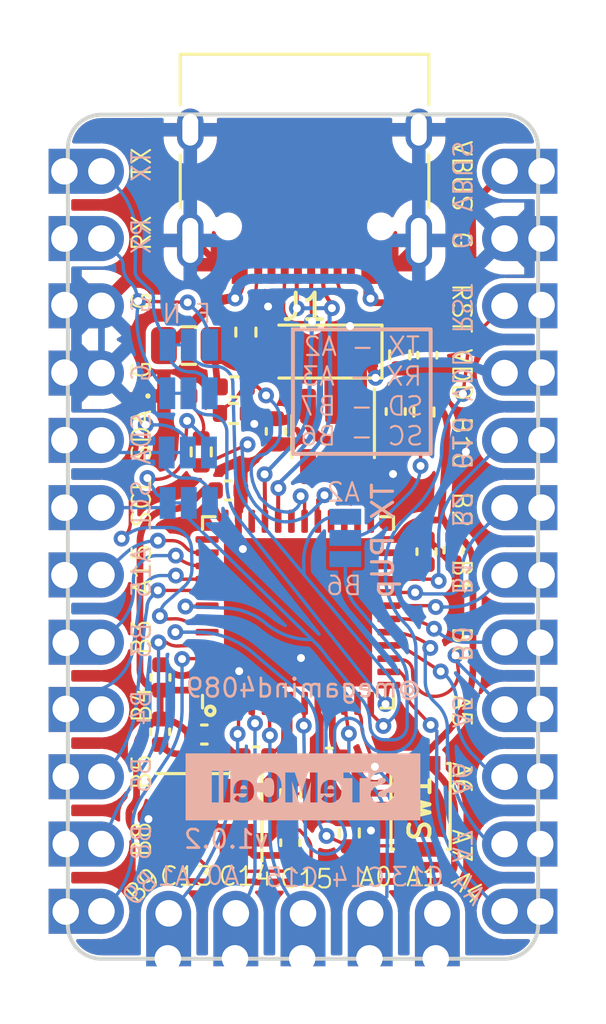
<source format=kicad_pcb>
(kicad_pcb (version 20211014) (generator pcbnew)
  (title_block (title "STeMCell") (date "2022-02-12") (rev "1.0.0"))
  (layers (0 "F.Cu" signal) (31 "B.Cu" signal) (34 "B.Paste" user) (35 "F.Paste" user) (36 "B.SilkS" user "B.Silkscreen") (37 "F.SilkS" user "F.Silkscreen") (38 "B.Mask" user) (39 "F.Mask" user) (44 "Edge.Cuts" user))
  (net 0 "")
  (net 1 "VBUS")
  (net 2 "GND")
  (net 3 "VDD")
  (net 4 "/RESET")
  (net 5 "/LED_R")
  (net 6 "/CC1")
  (net 9 "/CC2")
  (net 10 "/TX0")
  (net 11 "/SDA")
  (net 12 "/SCL")
  (net 13 "/RX0")
  (net 15 "/SWD")
  (net 17 "/SWC")
  (net 18 "/HSE_IN")
  (net 19 "/PA2")
  (net 20 "/PB7")
  (net 21 "/PB6")
  (net 22 "/PA3")
  (net 23 "/PA9")
  (net 24 "/BOOT0")
  (net 26 "/PB9")
  (net 27 "/PB8")
  (net 28 "/PA15")
  (net 29 "/PB5")
  (net 30 "/PB4")
  (net 31 "/PB3")
  (net 32 "/PA7")
  (net 33 "/PA6")
  (net 34 "/PA5")
  (net 35 "/PA4")
  (net 36 "/PB10")
  (net 37 "/PB2")
  (net 38 "/PB1")
  (net 39 "/PB0")
  (net 40 "/PC15")
  (net 41 "/PC14")
  (net 42 "/PC13")
  (net 46 "/PA0")
  (net 47 "/PA1")
  (net 48 "/PA8")
  (net 49 "/HSE_OUT_1")
  (net 50 "/VCAP1")
  (net 51 "/USB_DP")
  (net 52 "/USB_DN")
  (net 53 "/HSE_OUT")
  (net 54 "/TX_PULLUP")
  (net 55 "/VBUS_FF")
  (net 56 "/VBUS_F")
  (footprint "Connector_USB:USB_C_Receptacle_HRO_TYPE-C-31-M-12" (layer "F.Cu") (at 100.16 50.84 180)
    (fp_text reference "J1")
    (fp_text value "USB C Connector")
  )
  (footprint "Capacitor_SMD:C_0402_1005Metric" (layer "F.Cu") (at 98.32 73.45 180)
    (fp_text reference "C10")
    (fp_text value "20p")
  )
  (footprint "Package_TO_SOT_SMD:SOT-23-5" (layer "F.Cu") (at 101.2419 61.3719 -90)
    (fp_text reference "U2")
    (fp_text value "XC6220B331MR")
  )
  (footprint "stemcell:Pins5_castellated" (layer "F.Cu") (at 95.0214 79.375 90)
    (fp_text reference "J4" hide)
    (fp_text value "Down" hide)
  )
  (footprint "stemcell:Pins12_castellated" (layer "F.Cu") (at 92.4814 51.3588)
    (fp_text reference "J2" hide)
    (fp_text value "Left" hide)
  )
  (footprint "Resistor_SMD:R_0402_1005Metric" (layer "F.Cu") (at 97.4999 59.4995)
    (fp_text reference "R5")
    (fp_text value "4.7k")
  )
  (footprint "Fuse:Fuse_0805_2012Metric" (layer "F.Cu") (at 95.7811 57.9374)
    (fp_text reference "F1")
    (fp_text value "1A Fuse")
  )
  (footprint "Capacitor_SMD:C_0402_1005Metric" (layer "F.Cu") (at 94.71 70.47 90)
    (fp_text reference "C5")
    (fp_text value "100n")
  )
  (footprint "Resistor_SMD:R_0402_1005Metric" (layer "F.Cu") (at 97.4705 60.5028)
    (fp_text reference "R6")
    (fp_text value "10k")
  )
  (footprint "Capacitor_SMD:C_0402_1005Metric" (layer "F.Cu") (at 101.095 73.5 180)
    (fp_text reference "C8")
    (fp_text value "100n")
  )
  (footprint "Resistor_SMD:R_0402_1005Metric" (layer "F.Cu") (at 97.9424 57.4314 -90)
    (fp_text reference "R3")
    (fp_text value "5k1")
  )
  (footprint "Resistor_SMD:R_0402_1005Metric" (layer "F.Cu") (at 96.2533 61.9526 90)
    (fp_text reference "R4")
    (fp_text value "2k2")
  )
  (footprint "Capacitor_SMD:C_0402_1005Metric" (layer "F.Cu") (at 96.37 72.625)
    (fp_text reference "C4")
    (fp_text value "100n")
  )
  (footprint "Capacitor_SMD:C_0402_1005Metric" (layer "F.Cu") (at 97.2719 63.4111)
    (fp_text reference "C6")
    (fp_text value "100n")
  )
  (footprint "Capacitor_SMD:C_0402_1005Metric" (layer "F.Cu") (at 99.0727 61.1785 -90)
    (fp_text reference "C1")
    (fp_text value "10u")
  )
  (footprint "Crystal:Crystal_SMD_3225-4Pin_3.2x2.5mm" (layer "F.Cu") (at 96.55 75.75 180)
    (fp_text reference "Y1")
    (fp_text value "HSE1 8Mhz 12pF")
  )
  (footprint "Capacitor_SMD:C_0402_1005Metric" (layer "F.Cu") (at 99.62 76.71 -90)
    (fp_text reference "C11")
    (fp_text value "20p")
  )
  (footprint "Resistor_SMD:R_0402_1005Metric" (layer "F.Cu") (at 99.64 74.86 90)
    (fp_text reference "R1")
    (fp_text value "220")
  )
  (footprint "Capacitor_SMD:C_0402_1005Metric" (layer "F.Cu") (at 104.8004 58.3031 -90)
    (fp_text reference "C12")
    (fp_text value "100n")
  )
  (footprint "Diode_SMD:D_SOD-123" (layer "F.Cu") (at 100.838 58.166 180)
    (fp_text reference "D2")
    (fp_text value "B5819W")
  )
  (footprint "Resistor_SMD:R_0402_1005Metric" (layer "F.Cu") (at 104.6734 60.45 -90)
    (fp_text reference "R7")
    (fp_text value "10k")
  )
  (footprint "Capacitor_SMD:C_0402_1005Metric" (layer "F.Cu") (at 105.791 65.6616 -90)
    (fp_text reference "C9")
    (fp_text value "4.7u")
  )
  (footprint "Capacitor_SMD:C_0402_1005Metric" (layer "F.Cu") (at 103.6066 60.4292 -90)
    (fp_text reference "C2")
    (fp_text value "4.7u")
  )
  (footprint "Resistor_SMD:R_0402_1005Metric" (layer "F.Cu") (at 103.759 58.291 -90)
    (fp_text reference "R2")
    (fp_text value "5k1")
  )
  (footprint "LED_SMD:LED_0402_1005Metric" (layer "F.Cu") (at 95.3286 59.8424)
    (fp_text reference "D1")
    (fp_text value "LED")
  )
  (footprint "Button_Switch_SMD:SW_SPST_CK_KXT3" (layer "F.Cu") (at 104.5464 75.3364 90)
    (fp_text reference "SW1")
    (fp_text value "Boot0")
  )
  (footprint "Capacitor_SMD:C_0402_1005Metric" (layer "F.Cu") (at 94.7 72.52 -90)
    (fp_text reference "C7")
    (fp_text value "100n")
  )
  (footprint "Capacitor_SMD:C_0402_1005Metric" (layer "F.Cu") (at 104.77 65.72 -90)
    (fp_text reference "C3")
    (fp_text value "4.7u")
  )
  (footprint "Package_DFN_QFN:QFN-48-1EP_7x7mm_P0.5mm_EP5.6x5.6mm" (layer "F.Cu") (at 99.9124 68.01 90)
    (fp_text reference "U1")
    (fp_text value "STM32F4x1CxUx")
  )
  (footprint "Resistor_SMD:R_0402_1005Metric" (layer "F.Cu") (at 101.85 76.34 90)
    (fp_text reference "R8")
    (fp_text value "10k")
  )
  (footprint "stemcell:SOLDER_JUMPER_3" (layer "B.Cu") (at 101.7016 65.2018 -90)
    (fp_text reference "JP5" hide)
    (fp_text value "TX PUp")
  )
  (footprint "kibuzzard-620B7294" (layer "B.Cu") (at 100.1 74.6 180)
    (fp_text reference "kibuzzard-620B7294" hide)
    (fp_text value "G***" hide)
  )
  (footprint "stemcell:SOLDER_JUMPER_3_2_3" (layer "B.Cu") (at 95.7454 61.976 180)
    (fp_text reference "JP3" hide)
    (fp_text value "SDA" hide)
  )
  (footprint "stemcell:Pins12_castellated" (layer "B.Cu") (at 107.7214 51.3588 180)
    (fp_text reference "J3" hide)
    (fp_text value "Right" hide)
  )
  (footprint "stemcell:SOLDER_JUMPER_3_2_3" (layer "B.Cu") (at 95.7834 57.912 180)
    (fp_text reference "JP1" hide)
    (fp_text value "TX0" hide)
  )
  (footprint "stemcell:SOLDER_JUMPER_3_1_2" (layer "B.Cu") (at 95.77 59.74)
    (fp_text reference "JP2" hide)
    (fp_text value "RX0" hide)
  )
  (footprint "stemcell:SOLDER_JUMPER_3_1_2" (layer "B.Cu") (at 95.7834 63.881)
    (fp_text reference "JP4" hide)
    (fp_text value "SCL" hide)
  )
  (gr_rect (start 99.7204 62.0268) (end 104.9274 57.3278) (layer "B.SilkS") (width 0.15) (fill none))
  (gr_circle (center 96.5962 71.7296) (end 96.4692 71.8312) (layer "F.SilkS") (width 0.15) (fill none))
  (gr_arc (start 107.7214 49.2125) (mid 108.619426 49.584474) (end 108.9914 50.4825) (layer "Edge.Cuts") (width 0.15))
  (gr_line (start 92.4814 49.221526) (end 95.5294 49.2125) (layer "Edge.Cuts") (width 0.15))
  (gr_line (start 91.2114 50.491526) (end 91.2114 79.8195) (layer "Edge.Cuts") (width 0.15))
  (gr_arc (start 92.4814 81.0895) (mid 91.583373 80.717527) (end 91.2114 79.8195) (layer "Edge.Cuts") (width 0.15))
  (gr_arc (start 91.2114 50.491526) (mid 91.583374 49.5935) (end 92.4814 49.221526) (layer "Edge.Cuts") (width 0.15))
  (gr_arc (start 108.9914 79.8195) (mid 108.619426 80.717526) (end 107.7214 81.0895) (layer "Edge.Cuts") (width 0.15))
  (gr_line (start 95.5294 49.2125) (end 104.6734 49.2125) (layer "Edge.Cuts") (width 0.15))
  (gr_line (start 92.4814 81.0895) (end 107.7214 81.0895) (layer "Edge.Cuts") (width 0.15))
  (gr_line (start 108.9914 79.8195) (end 108.9914 50.4825) (layer "Edge.Cuts") (width 0.15))
  (gr_line (start 104.6734 49.2125) (end 107.7214 49.2125) (layer "Edge.Cuts") (width 0.15))
  (gr_text "C14" (at 102.2 78.025) (layer "B.SilkS") (effects (font (size 0.7 0.7) (thickness 0.08)) (justify mirror)))
  (gr_text "v1.0.2" (at 97.2 76.575) (layer "B.SilkS") (effects (font (size 0.7 0.7) (thickness 0.1)) (justify mirror)))
  (gr_text "A7" (at 106.1 76.83 270) (layer "B.SilkS") (effects (font (size 0.7 0.7) (thickness 0.08)) (justify mirror)))
  (gr_text "@megamind4089" (at 100.1268 70.866) (layer "B.SilkS") (effects (font (size 0.7 0.7) (thickness 0.1)) (justify mirror)))
  (gr_text "VDD" (at 106.1 59.05 270) (layer "B.SilkS") (effects (font (size 0.7 0.7) (thickness 0.08)) (justify mirror)))
  (gr_text "A15" (at 93.988719 66.51 90) (layer "B.SilkS") (effects (font (size 0.7 0.7) (thickness 0.08)) (justify mirror)))
  (gr_text "B6" (at 101.6508 67.0052) (layer "B.SilkS") (effects (font (size 0.7 0.7) (thickness 0.08)) (justify mirror)))
  (gr_text "B5" (at 93.988719 74.1554 90) (layer "B.SilkS") (effects (font (size 0.7 0.7) (thickness 0.08)) (justify mirror)))
  (gr_text "C15" (at 99.6854 78.025) (layer "B.SilkS") (effects (font (size 0.7 0.7) (thickness 0.08)) (justify mirror)))
  (gr_text "B2" (at 106.1 64.13 270) (layer "B.SilkS") (effects (font (size 0.7 0.7) (thickness 0.08)) (justify mirror)))
  (gr_text "SCL" (at 93.988719 63.97 90) (layer "B.SilkS") (effects (font (size 0.7 0.7) (thickness 0.08)) (justify mirror)))
  (gr_text "TX - A2\nRX - A3\nSD - B7\nSC - B6" (at 102.3239 59.6646) (layer "B.SilkS") (effects (font (size 0.7 0.7) (thickness 0.08)) (justify mirror)))
  (gr_text "B0" (at 106.1 69.21 270) (layer "B.SilkS") (effects (font (size 0.7 0.7) (thickness 0.08)) (justify mirror)))
  (gr_text "RX" (at 93.988719 53.81 90) (layer "B.SilkS") (effects (font (size 0.7 0.7) (thickness 0.08)) (justify mirror)))
  (gr_text "G" (at 93.988719 56.3754 90) (layer "B.SilkS") (effects (font (size 0.7 0.7) (thickness 0.08)) (justify mirror)))
  (gr_text "A0" (at 97.0692 77.9488) (layer "B.SilkS") (effects (font (size 0.7 0.7) (thickness 0.08)) (justify mirror)))
  (gr_text "RST" (at 106.1 56.5354 270) (layer "B.SilkS") (effects (font (size 0.7 0.7) (thickness 0.08)) (justify mirror)))
  (gr_text "A1" (at 95.225 77.975) (layer "B.SilkS") (effects (font (size 0.7 0.7) (thickness 0.08)) (justify mirror)))
  (gr_text "A5" (at 106.1 71.75 270) (layer "B.SilkS") (effects (font (size 0.7 0.7) (thickness 0.08)) (justify mirror)))
  (gr_text "A6" (at 106.1 74.29 270) (layer "B.SilkS") (effects (font (size 0.7 0.7) (thickness 0.08)) (justify mirror)))
  (gr_text "B3" (at 93.988719 69.0754 90) (layer "B.SilkS") (effects (font (size 0.7 0.7) (thickness 0.08)) (justify mirror)))
  (gr_text "A2" (at 101.6254 63.4746) (layer "B.SilkS") (effects (font (size 0.7 0.7) (thickness 0.08)) (justify mirror)))
  (gr_text "TX" (at 93.988719 51.1684 90) (layer "B.SilkS") (effects (font (size 0.7 0.7) (thickness 0.08)) (justify mirror)))
  (gr_text "G" (at 106.1 53.97 270) (layer "B.SilkS") (effects (font (size 0.7 0.7) (thickness 0.08)) (justify mirror)))
  (gr_text "SDA" (at 93.988719 61.4554 90) (layer "B.SilkS") (effects (font (size 0.7 0.7) (thickness 0.08)) (justify mirror)))
  (gr_text "VBUS" (at 106.1 51.5454 270) (layer "B.SilkS") (effects (font (size 0.7 0.7) (thickness 0.08)) (justify mirror)))
  (gr_text "B1" (at 106.1 66.67 270) (layer "B.SilkS") (effects (font (size 0.7 0.7) (thickness 0.08)) (justify mirror)))
  (gr_text "G" (at 93.988719 58.9662 90) (layer "B.SilkS") (effects (font (size 0.7 0.7) (thickness 0.08)) (justify mirror)))
  (gr_text "F N" (at 95.7072 56.7436) (layer "B.SilkS") (effects (font (size 0.7 0.7) (thickness 0.08)) (justify mirror)))
  (gr_text "B10" (at 106.1 61.6154 270) (layer "B.SilkS") (effects (font (size 0.7 0.7) (thickness 0.08)) (justify mirror)))
  (gr_text "B9" (at 93.95 78.4454 45) (layer "B.SilkS") (effects (font (size 0.7 0.7) (thickness 0.08)) (justify mirror)))
  (gr_text "A4" (at 106.3524 78.4454 315) (layer "B.SilkS") (effects (font (size 0.7 0.7) (thickness 0.08)) (justify mirror)))
  (gr_text "B4" (at 93.988719 71.6154 90) (layer "B.SilkS") (effects (font (size 0.7 0.7) (thickness 0.08)) (justify mirror)))
  (gr_text "B8" (at 93.988719 76.6954 90) (layer "B.SilkS") (effects (font (size 0.7 0.7) (thickness 0.08)) (justify mirror)))
  (gr_text "C13" (at 104.425 78) (layer "B.SilkS") (effects (font (size 0.7 0.7) (thickness 0.08)) (justify mirror)))
  (gr_text "SCL" (at 94 63.8554 90) (layer "F.SilkS") (effects (font (size 0.7 0.7) (thickness 0.08))))
  (gr_text "G" (at 106.1024 53.9654 -90) (layer "F.SilkS") (effects (font (size 0.7 0.7) (thickness 0.08))))
  (gr_text "C13" (at 95.7 77.975) (layer "F.SilkS") (effects (font (size 0.7 0.7) (thickness 0.08))))
  (gr_text "VBUS" (at 106.1024 51.5408 -90) (layer "F.SilkS") (effects (font (size 0.7 0.7) (thickness 0.08))))
  (gr_text "A0" (at 102.851 78) (layer "F.SilkS") (effects (font (size 0.7 0.7) (thickness 0.08))))
  (gr_text "B9" (at 94.038719 78.3308 45) (layer "F.SilkS") (effects (font (size 0.7 0.7) (thickness 0.08))))
  (gr_text "RST" (at 106.1024 56.5308 -90) (layer "F.SilkS") (effects (font (size 0.7 0.7) (thickness 0.08))))
  (gr_text "TX" (at 94 51.0538 90) (layer "F.SilkS") (effects (font (size 0.7 0.7) (thickness 0.08))))
  (gr_text "G" (at 94 58.8516 90) (layer "F.SilkS") (effects (font (size 0.7 0.7) (thickness 0.08))))
  (gr_text "B8" (at 94 76.5808 90) (layer "F.SilkS") (effects (font (size 0.7 0.7) (thickness 0.08))))
  (gr_text "RX" (at 94 53.6954 90) (layer "F.SilkS") (effects (font (size 0.7 0.7) (thickness 0.08))))
  (gr_text "A15" (at 94 66.3954 90) (layer "F.SilkS") (effects (font (size 0.7 0.7) (thickness 0.08))))
  (gr_text "B3" (at 94 68.9608 90) (layer "F.SilkS") (effects (font (size 0.7 0.7) (thickness 0.08))))
  (gr_text "G" (at 94 56.2608 90) (layer "F.SilkS") (effects (font (size 0.7 0.7) (thickness 0.08))))
  (gr_text "B1" (at 106.1024 66.6654 -90) (layer "F.SilkS") (effects (font (size 0.7 0.7) (thickness 0.08))))
  (gr_text "C15" (at 100.2348 78.0762) (layer "F.SilkS") (effects (font (size 0.7 0.7) (thickness 0.08))))
  (gr_text "B0" (at 106.1024 69.2054 -90) (layer "F.SilkS") (effects (font (size 0.7 0.7) (thickness 0.08))))
  (gr_text "B4" (at 94 71.5008 90) (layer "F.SilkS") (effects (font (size 0.7 0.7) (thickness 0.08))))
  (gr_text "A5" (at 106.1024 71.7454 -90) (layer "F.SilkS") (effects (font (size 0.7 0.7) (thickness 0.08))))
  (gr_text "B5" (at 94 74.0408 90) (layer "F.SilkS") (effects (font (size 0.7 0.7) (thickness 0.08))))
  (gr_text "B10" (at 106.1024 61.6108 -90) (layer "F.SilkS") (effects (font (size 0.7 0.7) (thickness 0.08))))
  (gr_text "A4" (at 106.35 78.4 -45) (layer "F.SilkS") (effects (font (size 0.7 0.7) (thickness 0.08))))
  (gr_text "A6" (at 106.1024 74.2854 -90) (layer "F.SilkS") (effects (font (size 0.7 0.7) (thickness 0.08))))
  (gr_text "A1" (at 104.625 78) (layer "F.SilkS") (effects (font (size 0.7 0.7) (thickness 0.08))))
  (gr_text "C14" (at 97.925 77.975) (layer "F.SilkS") (effects (font (size 0.7 0.7) (thickness 0.08))))
  (gr_text "VDD" (at 106.1024 59.0454 -90) (layer "F.SilkS") (effects (font (size 0.7 0.7) (thickness 0.08))))
  (gr_text "A7" (at 106.1024 76.8254 -90) (layer "F.SilkS") (effects (font (size 0.7 0.7) (thickness 0.08))))
  (gr_text "B2" (at 106.1024 64.1254 -90) (layer "F.SilkS") (effects (font (size 0.7 0.7) (thickness 0.08))))
  (gr_text "SDA" (at 94 61.3408 90) (layer "F.SilkS") (effects (font (size 0.7 0.7) (thickness 0.08))))
  (segment (start 106.799237 52.300174) (end 107.7214 51.3588) (width 0.254) (layer "F.Cu") (net 1))
  (segment (start 106.5403 55.2958) (end 106.507391 53.027839) (width 0.254) (layer "F.Cu") (net 1))
  (segment (start 102.5144 56.026) (end 102.8084 56.32) (width 0.254) (layer "F.Cu") (net 1))
  (segment (start 96.472113 56.550187) (end 94.9833 58.039) (width 0.375) (layer "F.Cu") (net 1))
  (segment (start 102.8084 56.32) (end 105.4862 56.3245) (width 0.254) (layer "F.Cu") (net 1))
  (segment (start 102.5144 55.372) (end 102.5144 56.026) (width 0.254) (layer "F.Cu") (net 1))
  (segment (start 97.536 56.1594) (end 97.8014 55.459) (width 0.375) (layer "F.Cu") (net 1))
  (via (at 102.6542 56.1658) (size 0.6) (drill 0.3) (layers "F.Cu" "B.Cu") (net 1))
  (via (at 97.536 56.1594) (size 0.6) (drill 0.3) (layers "F.Cu" "B.Cu") (net 1))
  (arc (start 97.466608 56.162313) (mid 96.906156 56.273777) (end 96.4311 56.5912) (width 0.375) (layer "F.Cu") (net 1))
  (arc (start 105.4862 56.3245) (mid 106.227624 56.017394) (end 106.53473 55.27597) (width 0.254) (layer "F.Cu") (net 1))
  (arc (start 106.507391 53.027839) (mid 106.580762 52.634908) (end 106.799237 52.300174) (width 0.254) (layer "F.Cu") (net 1))
  (segment (start 97.53075 56.090091) (end 97.536 56.1086) (width 0.254) (layer "B.Cu") (net 1))
  (segment (start 98.201725 55.417475) (end 101.975675 55.417475) (width 0.375) (layer "B.Cu") (net 1))
  (arc (start 98.201725 55.417475) (mid 97.730985 55.61246) (end 97.536 56.0832) (width 0.375) (layer "B.Cu") (net 1))
  (arc (start 101.975675 55.417475) (mid 102.446415 55.61246) (end 102.6414 56.0832) (width 0.375) (layer "B.Cu") (net 1))
  (segment (start 95.45 74.9) (end 95.66 74.9) (width 0.254) (layer "F.Cu") (net 2))
  (segment (start 94.9502 53.97) (end 95.84 53.97) (width 0.254) (layer "F.Cu") (net 2))
  (segment (start 96.85 72.625) (end 96.85 72.634758) (width 0.254) (layer "F.Cu") (net 2))
  (segment (start 97.9591 60.674879) (end 99.039121 61.7549) (width 0.254) (layer "F.Cu") (net 2))
  (segment (start 95.995 53.97) (end 96.91 54.885) (width 0.254) (layer "F.Cu") (net 2))
  (segment (start 103.41 54.885) (end 103.565 54.885) (width 0.254) (layer "F.Cu") (net 2))
  (segment (start 103.831494 65.748715) (end 104.790242 65.25) (width 0.254) (layer "F.Cu") (net 2))
  (segment (start 100.6624 68.76) (end 99.9124 68.01) (width 0.254) (layer "F.Cu") (net 2))
  (segment (start 95.84 53.97) (end 95.84 49.79) (width 0.254) (layer "F.Cu") (net 2))
  (segment (start 103.3499 65.76) (end 102.1624 65.76) (width 0.254) (layer "F.Cu") (net 2))
  (segment (start 103.3499 65.76) (end 103.785347 65.76) (width 0.254) (layer "F.Cu") (net 2))
  (segment (start 101.854 57.2262) (end 101.8794 57.2008) (width 0.254) (layer "F.Cu") (net 2))
  (segment (start 96.097305 73.3552) (end 95.376558 73.3552) (width 0.254) (layer "F.Cu") (net 2))
  (segment (start 100.756511 72.049908) (end 100.756511 73.358489) (width 0.254) (layer "F.Cu") (net 2))
  (segment (start 103.505 62.7888) (end 103.505 61.0108) (width 0.254) (layer "F.Cu") (net 2))
  (segment (start 101.189123 57.865677) (end 101.854 57.3278) (width 0.254) (layer "F.Cu") (net 2))
  (segment (start 97.9424 57.894087) (end 97.9424 57.9414) (width 0.254) (layer "F.Cu") (net 2))
  (segment (start 96.85 72.634758) (end 96.583414 73.079752) (width 0.254) (layer "F.Cu") (net 2))
  (segment (start 96.012 70.3072) (end 95.717711 70.380757) (width 0.254) (layer "F.Cu") (net 2))
  (segment (start 97.9591 60.5028) (end 97.9591 60.674879) (width 0.254) (layer "F.Cu") (net 2))
  (segment (start 97.6624 64.5725) (end 97.6624 65.76) (width 0.254) (layer "F.Cu") (net 2))
  (segment (start 95.38 74.9) (end 95.45 74.9) (width 0.254) (layer "F.Cu") (net 2))
  (segment (start 98.7806 56.4642) (end 98.804023 56.822246) (width 0.254) (layer "F.Cu") (net 2))
  (segment (start 100.756511 73.358489) (end 100.615 73.5) (width 0.254) (layer "F.Cu") (net 2))
  (segment (start 103.565 54.885) (end 104.48 53.97) (width 0.254) (layer "F.Cu") (net 2))
  (segment (start 97.65 64.5601) (end 97.6624 64.5725) (width 0.254) (layer "F.Cu") (net 2))
  (segment (start 95.66 74.9) (end 96.94 76.18) (width 0.254) (layer "F.Cu") (net 2))
  (segment (start 101.189123 57.882123) (end 101.189123 57.865677) (width 0.254) (layer "F.Cu") (net 2))
  (segment (start 99.62 77.19) (end 98.24 77.19) (width 0.254) (layer "F.Cu") (net 2))
  (segment (start 96.8675 72.7275) (end 97.6925 73.5525) (width 0.254) (layer "F.Cu") (net 2))
  (segment (start 96.012 70.3072) (end 96.4749 70.26) (width 0.254) (layer "F.Cu") (net 2))
  (segment (start 92.973356 59.470756) (end 92.4814 58.9788) (width 0.254) (layer "F.Cu") (net 2))
  (segment (start 101.389319 75.369319) (end 101.85 75.83) (width 0.254) (layer "F.Cu") (net 2))
  (segment (start 95.84 53.97) (end 95.995 53.97) (width 0.254) (layer "F.Cu") (net 2))
  (segment (start 98.809079 61.7549) (end 99.06 61.7549) (width 0.254) (layer "F.Cu") (net 2))
  (segment (start 94.2594 75.819) (end 95.38 74.9) (width 0.254) (layer "F.Cu") (net 2))
  (segment (start 96.4749 70.26) (end 97.6624 70.26) (width 0.254) (layer "F.Cu") (net 2))
  (segment (start 104.790242 65.25) (end 104.809758 65.25) (width 0.254) (layer "F.Cu") (net 2))
  (segment (start 97.65 63.35) (end 97.65 64.5601) (width 0.254) (layer "F.Cu") (net 2))
  (segment (start 101.0387 60.082) (end 101.0387 58.260677) (width 0.254) (layer "F.Cu") (net 2))
  (segment (start 101.854 57.3278) (end 101.854 57.2262) (width 0.254) (layer "F.Cu") (net 2))
  (segment (start 103.6701 58.7796) (end 104.7369 58.7831) (width 0.254) (layer "F.Cu") (net 2))
  (segment (start 98.24 77.19) (end 97.65 76.6) (width 0.254) (layer "F.Cu") (net 2))
  (segment (start 102.1624 65.76) (end 99.9124 68.01) (width 0.254) (layer "F.Cu") (net 2))
  (segment (start 94.889567 73.169352) (end 94.7 73) (width 0.254) (layer "F.Cu") (net 2))
  (segment (start 97.6624 70.26) (end 99.9124 68.01) (width 0.254) (layer "F.Cu") (net 2))
  (segment (start 95.84 49.79) (end 104.48 49.79) (width 0.254) (layer "F.Cu") (net 2))
  (segment (start 97.958318 62.605661) (end 98.809079 61.7549) (width 0.254) (layer "F.Cu") (net 2))
  (segment (start 102.67 76.25) (end 101.85 75.83) (width 0.254) (layer "F.Cu") (net 2))
  (segment (start 97.6624 65.76) (end 99.9124 68.01) (width 0.254) (layer "F.Cu") (net 2))
  (segment (start 98.686487 57.15) (end 97.9424 57.894087) (width 0.254) (layer "F.Cu") (net 2))
  (segment (start 104.48 53.97) (end 104.48 49.79) (width 0.254) (layer "F.Cu") (net 2))
  (segment (start 100.6624 71.4475) (end 100.6624 68.76) (width 0.254) (layer "F.Cu") (net 2))
  (segment (start 94.7372 59.8424) (end 93.962567 59.8805) (width 0.254) (layer "F.Cu") (net 2))
  (segment (start 103.505 61.0108) (end 103.6066 60.9092) (width 0.254) (layer "F.Cu") (net 2))
  (segment (start 101.1911 60.2344) (end 101.0387 60.082) (width 0.254) (layer "F.Cu") (net 2))
  (segment (start 104.809758 65.25) (end 105.709758 66.15) (width 0.254) (layer "F.Cu") (net 2))
  (segment (start 92.4814 56.4388) (end 94.9502 53.97) (width 0.254) (layer "F.Cu") (net 2))
  (segment (start 94.71 69.99) (end 95.13336 70.277131) (width 0.254) (layer "F.Cu") (net 2))
  (via (at 102.67 76.25) (size 0.6) (drill 0.3) (layers "F.Cu" "B.Cu") (net 2))
  (via (at 101.8794 57.2008) (size 0.6) (drill 0.3) (layers "F.Cu" "B.Cu") (net 2))
  (via (at 103.505 62.7888) (size 0.6) (drill 0.3) (layers "F.Cu" "B.Cu") (net 2))
  (via (at 98.7806 56.4642) (size 0.6) (drill 0.3) (layers "F.Cu" "B.Cu") (net 2))
  (via (at 97.6884 70.231) (size 0.6) (drill 0.3) (layers "F.Cu" "B.Cu") (net 2))
  (via (at 106.2609 61.9506) (size 0.6) (drill 0.3) (layers "F.Cu" "B.Cu") (net 2))
  (via (at 97.8281 65.6209) (size 0.6) (drill 0.3) (layers "F.Cu" "B.Cu") (net 2))
  (via (at 94.2594 75.819) (size 0.6) (drill 0.3) (layers "F.Cu" "B.Cu") (net 2))
  (via (at 100.0252 69.7357) (size 0.6) (drill 0.3) (layers "F.Cu" "B.Cu") (net 2))
  (via (at 98.2599 60.8965) (size 0.6) (drill 0.3) (layers "F.Cu" "B.Cu") (net 2))
  (arc (start 101.0387 58.260677) (mid 101.077688 58.056994) (end 101.189123 57.882123) (width 0.254) (layer "F.Cu") (net 2))
  (arc (start 100.615 73.5) (mid 100.816239 74.511644) (end 101.389319 75.369319) (width 0.254) (layer "F.Cu") (net 2))
  (arc (start 98.804023 56.796846) (mid 98.765035 57.000529) (end 98.6536 57.1754) (width 0.254) (layer "F.Cu") (net 2))
  (arc (start 97.65 63.35) (mid 97.730129 62.947169) (end 97.958318 62.605661) (width 0.254) (layer "F.Cu") (net 2))
  (arc (start 93.962567 59.8805) (mid 93.42721 59.774011) (end 92.973356 59.470756) (width 0.254) (layer "F.Cu") (net 2))
  (arc (start 100.652001 71.8312) (mid 100.72935 71.946959) (end 100.756511 72.083507) (width 0.254) (layer "F.Cu") (net 2))
  (arc (start 95.717711 70.380757) (mid 95.41448 70.391286) (end 95.13336 70.277131) (width 0.254) (layer "F.Cu") (net 2))
  (arc (start 96.097305 73.3552) (mid 96.376667 73.281552) (end 96.583414 73.079752) (width 0.254) (layer "F.Cu") (net 2))
  (arc (start 94.889567 73.169352) (mid 95.115934 73.30716) (end 95.376558 73.3552) (width 0.254) (layer "F.Cu") (net 2))
  (arc (start 103.831494 65.748715) (mid 103.8091 65.757137) (end 103.785347 65.76) (width 0.254) (layer "F.Cu") (net 2))
  (segment (start 96.032 55.372) (end 95.84 55.18) (width 0.254) (layer "B.Cu") (net 2))
  (segment (start 96.762455 56.392948) (end 96.032 55.372) (width 0.254) (layer "B.Cu") (net 2))
  (segment (start 99.504496 72.466196) (end 99.5196 76.4056) (width 0.254) (layer "B.Cu") (net 2))
  (segment (start 98.5012 56.4642) (end 98.7806 56.4642) (width 0.254) (layer "B.Cu") (net 2))
  (segment (start 95.84 55.18) (end 95.84 53.97) (width 0.254) (layer "B.Cu") (net 2))
  (segment (start 101.8921 57.1373) (end 102.0318 56.545725) (width 0.254) (layer "B.Cu") (net 2))
  (segment (start 94.235216 75.819) (end 95.0468 75.7936) (width 0.254) (layer "B.Cu") (net 2))
  (segment (start 92.4814 56.4388) (end 92.4814 58.9788) (width 0.254) (layer "B.Cu") (net 2))
  (segment (start 97.691234 56.85241) (end 98.03679 56.85241) (width 0.254) (layer "B.Cu") (net 2))
  (segment (start 98.03679 56.85241) (end 98.04784 56.84136) (width 0.254) (layer "B.Cu") (net 2))
  (segment (start 96.6192 74.2212) (end 96.7232 72.4662) (width 0.254) (layer "B.Cu") (net 2))
  (segment (start 102.6946 76.408) (end 102.67 76.25) (width 0.254) (layer "B.Cu") (net 2))
  (segment (start 101.366075 55.88) (end 98.95456 55.90924) (width 0.254) (layer "B.Cu") (net 2))
  (arc (start 99.504496 72.466196) (mid 99.099045 71.487351) (end 98.120196 71.0819) (width 0.254) (layer "B.Cu") (net 2))
  (arc (start 102.0318 56.545725) (mid 101.836815 56.074985) (end 101.366075 55.88) (width 0.254) (layer "B.Cu") (net 2))
  (arc (start 98.04784 56.84136) (mid 98.368415 56.708575) (end 98.5012 56.388) (width 0.254) (layer "B.Cu") (net 2))
  (arc (start 95.0468 75.7936) (mid 96.158656 75.333056) (end 96.6192 74.2212) (width 0.254) (layer "B.Cu") (net 2))
  (arc (start 96.7232 72.4662) (mid 97.12865 71.487354) (end 98.107501 71.0819) (width 0.254) (layer "B.Cu") (net 2))
  (arc (start 99.5196 76.4056) (mid 99.980144 77.517456) (end 101.092 77.978) (width 0.254) (layer "B.Cu") (net 2))
  (arc (start 98.95456 55.90924) (mid 98.633985 56.042025) (end 98.5012 56.3626) (width 0.254) (layer "B.Cu") (net 2))
  (arc (start 101.1222 77.9804) (mid 102.234056 77.519856) (end 102.6946 76.408) (width 0.254) (layer "B.Cu") (net 2))
  (arc (start 96.762455 56.392948) (mid 97.169361 56.738879) (end 97.691234 56.85241) (width 0.254) (layer "B.Cu") (net 2))
  (segment (start 100.2538 78.19002) (end 96.4692 78.19002) (width 0.254) (layer "F.Cu") (net 3))
  (segment (start 95.988858 63.761449) (end 96.4 63.35) (width 0.254) (layer "F.Cu") (net 3))
  (segment (start 105.8418 75.608692) (end 105.83138 77.47) (width 0.254) (layer "F.Cu") (net 3))
  (segment (start 94.101015 77.664549) (end 94.095378 76.866642) (width 0.254) (layer "F.Cu") (net 3))
  (segment (start 103.596842 59.9492) (end 103.6066 59.9492) (width 0.254) (layer "F.Cu") (net 3))
  (segment (start 93.7514 76.2762) (end 93.660778 76.168033) (width 0.254) (layer "F.Cu") (net 3))
  (segment (start 93.52 75.780791) (end 93.52 75.607303) (width 0.254) (layer "F.Cu") (net 3))
  (segment (start 94.71 70.95) (end 96.2849 70.95) (width 0.254) (layer "F.Cu") (net 3))
  (segment (start 94.7 71.1) (end 94.85 70.95) (width 0.254) (layer "F.Cu") (net 3))
  (segment (start 96.2849 70.95) (end 96.4749 70.76) (width 0.254) (layer "F.Cu") (net 3))
  (segment (start 104.660841 73.575) (end 105.244759 74.158918) (width 0.254) (layer "F.Cu") (net 3))
  (segment (start 104.5464 73.533) (end 105.485918 72.593482) (width 0.254) (layer "F.Cu") (net 3))
  (segment (start 95.89 72.625) (end 95.805 72.625) (width 0.254) (layer "F.Cu") (net 3))
  (segment (start 104.4 73.91) (end 104.4 73.575) (width 0.254) (layer "F.Cu") (net 3))
  (segment (start 96.4692 78.19002) (end 95.0214 78.1558) (width 0.254) (layer "F.Cu") (net 3))
  (segment (start 104.6734 59.94) (end 105.2068 60.198) (width 0.254) (layer "F.Cu") (net 3))
  (segment (start 105.47 64.61) (end 105.83 65.2) (width 0.254) (layer "F.Cu") (net 3))
  (segment (start 105.160197 78.164301) (end 100.2538 78.19002) (width 0.254) (layer "F.Cu") (net 3))
  (segment (start 103.3499 65.26) (end 103.61 65.26) (width 0.254) (layer "F.Cu") (net 3))
  (segment (start 96.183494 71.916506) (end 96.291967 71.808033) (width 0.254) (layer "F.Cu") (net 3))
  (segment (start 97.1624 64.5725) (end 97.0725 64.5725) (width 0.254) (layer "F.Cu") (net 3))
  (segment (start 94.7 72.04) (end 94.7 71.1) (width 0.254) (layer "F.Cu") (net 3))
  (segment (start 102.508077 74.843401) (end 103.500789 74.833267) (width 0.254) (layer "F.Cu") (net 3))
  (segment (start 105.7978 65.2) (end 106.1398 65.278) (width 0.254) (layer "F.Cu") (net 3))
  (segment (start 105.554951 61.038458) (end 105.3338 64.3636) (width 0.254) (layer "F.Cu") (net 3))
  (segment (start 104.4 73.575) (end 104.635 73.575) (width 0.254) (layer "F.Cu") (net 3))
  (segment (start 93.81 74.907205) (end 93.81 73.084108) (width 0.254) (layer "F.Cu") (net 3))
  (segment (start 101.1624 71.4475) (end 101.210031 71.495131) (width 0.254) (layer "F.Cu") (net 3))
  (segment (start 95.805 72.625) (end 95.587671 72.407671) (width 0.254) (layer "F.Cu") (net 3))
  (segment (start 102.128861 62.466989) (end 102.595139 61.764411) (width 0.375) (layer "F.Cu") (net 3))
  (segment (start 104.5464 73.7114) (end 104.5464 73.533) (width 0.254) (layer "F.Cu") (net 3))
  (segment (start 96.4 63.35) (end 96.69 63.35) (width 0.254) (layer "F.Cu") (net 3))
  (segment (start 94.025037 72.564963) (end 94.55 72.04) (width 0.254) (layer "F.Cu") (net 3))
  (segment (start 93.936817 70.1614) (end 93.938372 65.341733) (width 0.254) (layer "F.Cu") (net 3))
  (segment (start 104.65 59.94) (end 103.6066 59.9492) (width 0.375) (layer "F.Cu") (net 3))
  (segment (start 101.210031 71.495131) (end 101.210031 72.61888) (width 0.254) (layer "F.Cu") (net 3))
  (segment (start 95.0214 78.1558) (end 94.61512 78.164374) (width 0.254) (layer "F.Cu") (net 3))
  (segment (start 104.618088 64.5414) (end 105.41 64.516) (width 0.254) (layer "F.Cu") (net 3))
  (segment (start 101.575 73.5) (end 101.58481 73.94419) (width 0.254) (layer "F.Cu") (net 3))
  (segment (start 96.69 63.649064) (end 96.69 63.35) (width 0.254) (layer "F.Cu") (net 3))
  (segment (start 93.9546 76.4794) (end 93.7514 76.2762) (width 0.254) (layer "F.Cu") (net 3))
  (segment (start 103.61 65.26) (end 103.985342 64.815882) (width 0.254) (layer "F.Cu") (net 3))
  (segment (start 103.1621 60.2488) (end 103.5745 59.940133) (width 0.375) (layer "F.Cu") (net 3))
  (segment (start 106.5276 70.0786) (end 106.5276 66.0654) (width 0.254) (layer "F.Cu") (net 3))
  (segment (start 105.3338 64.3636) (end 105.791 65.1816) (width 0.254) (layer "F.Cu") (net 3))
  (arc (start 96.183494 71.916506) (mid 95.966276 72.241596) (end 95.89 72.625) (width 0.254) (layer "F.Cu") (net 3))
  (arc (start 96.69 63.649064) (mid 96.789408 64.148824) (end 97.0725 64.5725) (width 0.254) (layer "F.Cu") (net 3))
  (arc (start 93.81 73.084108) (mid 93.865886 72.803149) (end 94.025037 72.564963) (width 0.254) (layer "F.Cu") (net 3))
  (arc (start 94.300221 64.457751) (mid 94.685848 64.200071) (end 95.140679 64.1096) (width 0.254) (layer "F.Cu") (net 3))
  (arc (start 93.52 75.607303) (mid 93.550745 75.452736) (end 93.638318 75.321682) (width 0.254) (layer "F.Cu") (net 3))
  (arc (start 103.985342 64.815882) (mid 104.289372 64.612736) (end 104.648 64.5414) (width 0.254) (layer "F.Cu") (net 3))
  (arc (start 103.500789 74.833267) (mid 104.143756 74.559944) (end 104.4 73.91) (width 0.254) (layer "F.Cu") (net 3))
  (arc (start 101.58481 73.94419) (mid 101.858133 74.587157) (end 102.508077 74.843401) (width 0.254) (layer "F.Cu") (net 3))
  (arc (start 94.61512 78.164374) (mid 94.253522 78.021994) (end 94.101015 77.664549) (width 0.254) (layer "F.Cu") (net 3))
  (arc (start 94.71 70.95) (mid 94.16011 70.715804) (end 93.936817 70.1614) (width 0.254) (layer "F.Cu") (net 3))
  (arc (start 105.83138 77.47) (mid 105.640432 77.956977) (end 105.160197 78.164301) (width 0.254) (layer "F.Cu") (net 3))
  (arc (start 105.2068 60.198) (mid 105.46448 60.583627) (end 105.554951 61.038458) (width 0.254) (layer "F.Cu") (net 3))
  (arc (start 105.241705 74.158918) (mid 105.68632 74.824772) (end 105.8418 75.610182) (width 0.254) (layer "F.Cu") (net 3))
  (arc (start 102.8827 60.813952) (mid 102.805883 61.334605) (end 102.581978 61.8109) (width 0.375) (layer "F.Cu") (net 3))
  (arc (start 101.210031 72.61888) (mid 101.304884 73.095741) (end 101.575 73.5) (width 0.254) (layer "F.Cu") (net 3))
  (arc (start 94.095378 76.866642) (mid 94.059091 76.660623) (end 93.9546 76.4794) (width 0.254) (layer "F.Cu") (net 3))
  (arc (start 95.587671 72.407671) (mid 95.18042 72.135554) (end 94.7 72.04) (width 0.254) (layer "F.Cu") (net 3))
  (arc (start 102.8827 60.8076) (mid 102.955644 60.498943) (end 103.159042 60.255593) (width 0.375) (layer "F.Cu") (net 3))
  (arc (start 93.938372 65.341733) (mid 94.032413 64.868954) (end 94.300221 64.468151) (width 0.254) (layer "F.Cu") (net 3))
  (arc (start 93.660778 76.168033) (mid 93.556287 75.98681) (end 93.52 75.780791) (width 0.254) (layer "F.Cu") (net 3))
  (arc (start 106.172 65.301142) (mid 106.42968 65.686769) (end 106.520151 66.1416) (width 0.254) (layer "F.Cu") (net 3))
  (arc (start 106.5276 70.0786) (mid 106.256876 71.439661) (end 105.485918 72.593482) (width 0.254) (layer "F.Cu") (net 3))
  (arc (start 97.1624 71.4475) (mid 96.691312 71.5412) (end 96.291967 71.808033) (width 0.254) (layer "F.Cu") (net 3))
  (arc (start 95.988858 63.761449) (mid 95.603231 64.019129) (end 95.1484 64.1096) (width 0.254) (layer "F.Cu") (net 3))
  (arc (start 93.638318 75.321682) (mid 93.765381 75.131518) (end 93.81 74.907205) (width 0.254) (layer "F.Cu") (net 3))
  (segment (start 106.1466 59.7662) (end 106.29199 58.66841) (width 0.127) (layer "F.Cu") (net 4))
  (segment (start 105.36 58) (end 105.1814 57.9882) (width 0.127) (layer "F.Cu") (net 4))
  (segment (start 100.13 72.2884) (end 100.1624 71.4475) (width 0.127) (layer "F.Cu") (net 4))
  (segment (start 105.2199 57.9941) (end 105.0413 57.9823) (width 0.127) (layer "F.Cu") (net 4))
  (segment (start 106.8578 57.3024) (end 107.7214 56.4388) (width 0.127) (layer "F.Cu") (net 4))
  (via (at 106.1466 59.7662) (size 0.6) (drill 0.3) (layers "F.Cu" "B.Cu") (net 4))
  (via (at 100.13 72.2884) (size 0.6) (drill 0.3) (layers "F.Cu" "B.Cu") (net 4))
  (arc (start 106.29199 58.66841) (mid 106.439039 57.929121) (end 106.8578 57.3024) (width 0.127) (layer "F.Cu") (net 4))
  (arc (start 106.72601 57.43419) (mid 106.099289 57.852951) (end 105.36 58) (width 0.127) (layer "F.Cu") (net 4))
  (segment (start 104.388603 64.038797) (end 103.926326 64.501074) (width 0.127) (layer "B.Cu") (net 4))
  (segment (start 103.3526 73.3044) (end 103.21598 73.304399) (width 0.127) (layer "B.Cu") (net 4))
  (segment (start 104.370179 69.396569) (end 104.378404 72.303996) (width 0.127) (layer "B.Cu") (net 4))
  (segment (start 103.22 66.206296) (end 103.22 66.623617) (width 0.127) (layer "B.Cu") (net 4))
  (segment (start 101.2952 75.276118) (end 101.294982 75.357663) (width 0.127) (layer "B.Cu") (net 4))
  (segment (start 101.294982 75.357663) (end 101.2952 72.5424) (width 0.127) (layer "B.Cu") (net 4))
  (segment (start 100.13 72.2884) (end 100.1946 76.3948) (width 0.127) (layer "B.Cu") (net 4))
  (arc (start 101.4476 75.8444) (mid 101.635749 76.125985) (end 101.701818 76.458137) (width 0.127) (layer "B.Cu") (net 4))
  (arc (start 104.378404 72.303996) (mid 104.08539 73.011386) (end 103.378 73.3044) (width 0.127) (layer "B.Cu") (net 4))
  (arc (start 103.926326 64.501074) (mid 103.403568 65.283437) (end 103.22 66.206296) (width 0.127) (layer "B.Cu") (net 4))
  (arc (start 103.974047 68.444047) (mid 104.266501 68.881061) (end 104.370179 69.396569) (width 0.127) (layer "B.Cu") (net 4))
  (arc (start 101.8286 72.009) (mid 102.205771 72.165229) (end 102.362 72.5424) (width 0.127) (layer "B.Cu") (net 4))
  (arc (start 101.5492 75.9714) (mid 101.361051 75.689815) (end 101.294982 75.357663) (width 0.127) (layer "B.Cu") (net 4))
  (arc (start 105.3592 61.695567) (mid 105.10695 62.963714) (end 104.388603 64.038797) (width 0.127) (layer "B.Cu") (net 4))
  (arc (start 102.352197 72.440616) (mid 102.605195 73.051401) (end 103.21598 73.304399) (width 0.127) (layer "B.Cu") (net 4))
  (arc (start 100.1946 76.3948) (mid 100.412804 76.921596) (end 100.9396 77.1398) (width 0.127) (layer "B.Cu") (net 4))
  (arc (start 101.7016 76.3948) (mid 101.483396 76.921596) (end 100.9566 77.1398) (width 0.127) (layer "B.Cu") (net 4))
  (arc (start 105.3338 62.0268) (mid 105.58605 60.758653) (end 106.304397 59.68357) (width 0.127) (layer "B.Cu") (net 4))
  (arc (start 103.22 66.623617) (mid 103.41597 67.608827) (end 103.974047 68.444047) (width 0.127) (layer "B.Cu") (net 4))
  (arc (start 101.2952 72.5424) (mid 101.451429 72.165229) (end 101.8286 72.009) (width 0.127) (layer "B.Cu") (net 4))
  (arc (start 101.298671 75.294424) (mid 101.296076 75.285434) (end 101.2952 75.276118) (width 0.127) (layer "B.Cu") (net 4))
  (segment (start 95.8089 59.8805) (end 95.8089 60.1346) (width 0.127) (layer "F.Cu") (net 5))
  (segment (start 95.8089 60.1346) (end 96.063644 60.389344) (width 0.127) (layer "F.Cu") (net 5))
  (segment (start 96.349611 61.079711) (end 96.2533 61.4426) (width 0.127) (layer "F.Cu") (net 5))
  (arc (start 96.063644 60.389344) (mid 96.27529 60.706095) (end 96.349611 61.079711) (width 0.127) (layer "F.Cu") (net 5))
  (segment (start 101.9302 56.5023) (end 103.45 57.53) (width 0.127) (layer "F.Cu") (net 6))
  (segment (start 103.45 57.53) (end 103.45 57.705) (width 0.127) (layer "F.Cu") (net 6))
  (arc (start 101.36439 55.13629) (mid 101.511439 55.875579) (end 101.9302 56.5023) (width 0.127) (layer "F.Cu") (net 6))
  (segment (start 98.3644 55.372) (end 98.325785 55.810051) (width 0.127) (layer "F.Cu") (net 9))
  (arc (start 97.9424 56.9214) (mid 98.202329 56.389163) (end 98.325785 55.810051) (width 0.127) (layer "F.Cu") (net 9))
  (segment (start 93.77638 53.759022) (end 93.752986 55.120023) (width 0.127) (layer "B.Cu") (net 10))
  (segment (start 95.808803 58.927804) (end 95.859679 58.928) (width 0.127) (layer "B.Cu") (net 10))
  (segment (start 94.448314 56.144677) (end 94.4372 56.349551) (width 0.127) (layer "B.Cu") (net 10))
  (segment (start 93.8784 55.4228) (end 94.3229 55.8419) (width 0.127) (layer "B.Cu") (net 10))
  (segment (start 95.123 58.547) (end 95.244985 58.689966) (width 0.127) (layer "B.Cu") (net 10))
  (segment (start 96.423497 59.165838) (end 96.491601 59.235733) (width 0.127) (layer "B.Cu") (net 10))
  (segment (start 92.4814 51.3588) (end 92.994856 51.872256) (width 0.127) (layer "B.Cu") (net 10))
  (segment (start 96.4946 59.2328) (end 96.57 59.74) (width 0.127) (layer "B.Cu") (net 10))
  (segment (start 94.9834 57.912) (end 95.117985 58.537566) (width 0.127) (layer "B.Cu") (net 10))
  (arc (start 92.994856 51.872256) (mid 93.573269 52.737912) (end 93.77638 53.759022) (width 0.127) (layer "B.Cu") (net 10))
  (arc (start 95.859679 58.928) (mid 96.165644 58.989892) (end 96.423497 59.165838) (width 0.127) (layer "B.Cu") (net 10))
  (arc (start 94.4372 56.2737) (mid 94.609255 57.138679) (end 95.0992 57.871946) (width 0.127) (layer "B.Cu") (net 10))
  (arc (start 94.3229 55.8419) (mid 94.41572 55.980815) (end 94.448314 56.144677) (width 0.127) (layer "B.Cu") (net 10))
  (arc (start 93.752986 55.120023) (mid 93.78558 55.283885) (end 93.8784 55.4228) (width 0.127) (layer "B.Cu") (net 10))
  (arc (start 95.244985 58.689966) (mid 95.502838 58.865912) (end 95.808803 58.927804) (width 0.127) (layer "B.Cu") (net 10))
  (segment (start 94.9454 61.976) (end 92.9386 61.976) (width 0.127) (layer "B.Cu") (net 11))
  (segment (start 95.037562 62.703362) (end 94.9198 62.5856) (width 0.127) (layer "B.Cu") (net 11))
  (segment (start 92.9386 61.976) (end 92.4814 61.5188) (width 0.127) (layer "B.Cu") (net 11))
  (segment (start 96.5834 63.3734) (end 96.5834 63.881) (width 0.127) (layer "B.Cu") (net 11))
  (segment (start 95.041782 62.703362) (end 95.037562 62.703362) (width 0.127) (layer "B.Cu") (net 11))
  (segment (start 94.9454 61.976) (end 94.9454 62.4854) (width 0.127) (layer "B.Cu") (net 11))
  (segment (start 95.605796 62.941396) (end 95.6056 62.9412) (width 0.127) (layer "B.Cu") (net 11))
  (segment (start 95.834197 62.941396) (end 95.605796 62.941396) (width 0.127) (layer "B.Cu") (net 11))
  (segment (start 96.398015 63.179234) (end 96.5834 63.3734) (width 0.127) (layer "B.Cu") (net 11))
  (segment (start 94.9198 62.0016) (end 94.9454 61.976) (width 0.127) (layer "B.Cu") (net 11))
  (segment (start 94.9198 62.5856) (end 94.9198 62.0016) (width 0.127) (layer "B.Cu") (net 11))
  (arc (start 95.041782 62.703362) (mid 95.299635 62.879308) (end 95.6056 62.9412) (width 0.127) (layer "B.Cu") (net 11))
  (arc (start 95.834197 62.941396) (mid 96.140162 63.003288) (end 96.398015 63.179234) (width 0.127) (layer "B.Cu") (net 11))
  (segment (start 94.27 62.99) (end 94.22 62.94) (width 0.127) (layer "F.Cu") (net 12))
  (segment (start 94.5388 62.990597) (end 94.27 62.99) (width 0.127) (layer "F.Cu") (net 12))
  (segment (start 95.7199 60.7822) (end 95.641335 61.9157) (width 0.127) (layer "F.Cu") (net 12))
  (via (at 95.7199 60.7822) (size 0.6) (drill 0.3) (layers "F.Cu" "B.Cu") (net 12))
  (via (at 94.22 62.94) (size 0.6) (drill 0.3) (layers "F.Cu" "B.Cu") (net 12))
  (arc (start 95.641335 61.9157) (mid 95.309105 62.677818) (end 94.5388 62.990597) (width 0.127) (layer "F.Cu") (net 12))
  (segment (start 95.7199 60.7822) (end 96.5454 61.5954) (width 0.127) (layer "B.Cu") (net 12))
  (segment (start 94.749523 63.628843) (end 94.860356 63.628853) (width 0.127) (layer "B.Cu") (net 12))
  (segment (start 94.4626 63.373) (end 94.566371 63.55297) (width 0.127) (layer "B.Cu") (net 12))
  (segment (start 94.22 62.94) (end 94.4626 63.373) (width 0.127) (layer "B.Cu") (net 12))
  (segment (start 92.4814 64.0588) (end 94.8056 64.0588) (width 0.127) (layer "B.Cu") (net 12))
  (segment (start 96.5454 61.5954) (end 96.5454 61.976) (width 0.127) (layer "B.Cu") (net 12))
  (arc (start 94.566371 63.55297) (mid 94.650402 63.60912) (end 94.749523 63.628843) (width 0.127) (layer "B.Cu") (net 12))
  (segment (start 93.8657 56.261) (end 95.74 56.31) (width 0.127) (layer "F.Cu") (net 13))
  (via (at 95.74 56.31) (size 0.6) (drill 0.3) (layers "F.Cu" "B.Cu") (net 13))
  (via (at 93.8657 56.261) (size 0.6) (drill 0.3) (layers "F.Cu" "B.Cu") (net 13))
  (segment (start 93.8657 56.261) (end 93.82 56.88131) (width 0.127) (layer "B.Cu") (net 13))
  (segment (start 95.74 56.31) (end 96.046974 56.616974) (width 0.127) (layer "B.Cu") (net 13))
  (segment (start 93.82 56.101244) (end 93.8657 56.261) (width 0.127) (layer "B.Cu") (net 13))
  (segment (start 92.4814 53.8988) (end 93.152832 54.570232) (width 0.127) (layer "B.Cu") (net 13))
  (segment (start 93.554214 55.539232) (end 93.610536 55.595554) (width 0.127) (layer "B.Cu") (net 13))
  (arc (start 93.152832 54.570232) (mid 93.265439 54.738763) (end 93.304982 54.937534) (width 0.127) (layer "B.Cu") (net 13))
  (arc (start 93.82 56.88131) (mid 94.122358 58.40136) (end 94.9834 59.69) (width 0.127) (layer "B.Cu") (net 13))
  (arc (start 93.304982 54.937534) (mid 93.369756 55.263171) (end 93.554214 55.539232) (width 0.127) (layer "B.Cu") (net 13))
  (arc (start 96.5834 57.912) (mid 96.443988 57.211145) (end 96.046974 56.616974) (width 0.127) (layer "B.Cu") (net 13))
  (arc (start 93.610536 55.595554) (mid 93.765562 55.827567) (end 93.82 56.101244) (width 0.127) (layer "B.Cu") (net 13))
  (segment (start 98.84 73.46) (end 99.220549 73.079451) (width 0.127) (layer "F.Cu") (net 18))
  (segment (start 99.340582 72.793028) (end 99.345587 72.188748) (width 0.127) (layer "F.Cu") (net 18))
  (segment (start 97.65 74.9) (end 98.8 73.75) (width 0.127) (layer "F.Cu") (net 18))
  (segment (start 98.8 73.75) (end 98.8 73.45) (width 0.127) (layer "F.Cu") (net 18))
  (arc (start 99.187 71.8058) (mid 99.304373 71.98146) (end 99.345587 72.188748) (width 0.127) (layer "F.Cu") (net 18))
  (arc (start 99.220549 73.079451) (mid 99.308744 72.948048) (end 99.340582 72.793028) (width 0.127) (layer "F.Cu") (net 18))
  (segment (start 102.6624 71.8224) (end 103.14 72.3) (width 0.127) (layer "F.Cu") (net 19))
  (segment (start 102.6624 71.4475) (end 102.6624 71.8224) (width 0.127) (layer "F.Cu") (net 19))
  (via (at 103.14 72.3) (size 0.6) (drill 0.3) (layers "F.Cu" "B.Cu") (net 19))
  (segment (start 96.7994 58.7248) (end 96.637749 58.7248) (width 0.127) (layer "B.Cu") (net 19))
  (segment (start 103.448346 70.534233) (end 98.034929 64.075956) (width 0.127) (layer "B.Cu") (net 19))
  (segment (start 95.7834 58.2934) (end 95.7834 57.912) (width 0.127) (layer "B.Cu") (net 19))
  (segment (start 95.915731 58.425731) (end 95.7834 58.2934) (width 0.127) (layer "B.Cu") (net 19))
  (segment (start 100.1395 66.5734) (end 100.1268 66.052982) (width 0.127) (layer "B.Cu") (net 19))
  (segment (start 100.69174 64.685625) (end 100.725436 64.651808) (width 0.127) (layer "B.Cu") (net 19))
  (segment (start 101.327478 64.4018) (end 101.7016 64.4018) (width 0.127) (layer "B.Cu") (net 19))
  (segment (start 97.545071 62.721478) (end 97.4471 59.3598) (width 0.127) (layer "B.Cu") (net 19))
  (segment (start 103.14 72.3) (end 103.382158 72.098392) (width 0.127) (layer "B.Cu") (net 19))
  (arc (start 96.637749 58.7248) (mid 96.246996 58.647075) (end 95.915731 58.425731) (width 0.127) (layer "B.Cu") (net 19))
  (arc (start 100.725436 64.651808) (mid 101.001534 64.466787) (end 101.327478 64.4018) (width 0.127) (layer "B.Cu") (net 19))
  (arc (start 97.450922 59.376322) (mid 97.260096 58.915626) (end 96.7994 58.7248) (width 0.127) (layer "B.Cu") (net 19))
  (arc (start 103.7336 71.348497) (mid 103.660223 70.917105) (end 103.448346 70.534233) (width 0.127) (layer "B.Cu") (net 19))
  (arc (start 103.382158 72.098392) (mid 103.641383 71.76258) (end 103.7336 71.348497) (width 0.127) (layer "B.Cu") (net 19))
  (arc (start 98.034929 64.075956) (mid 97.680837 63.440579) (end 97.5487 62.7253) (width 0.127) (layer "B.Cu") (net 19))
  (arc (start 100.1268 66.052982) (mid 100.273597 65.313249) (end 100.69174 64.685625) (width 0.127) (layer "B.Cu") (net 19))
  (segment (start 93.752625 62.457375) (end 93.932637 62.277363) (width 0.127) (layer "F.Cu") (net 20))
  (segment (start 93.2434 65.2272) (end 93.3704 65.1256) (width 0.127) (layer "F.Cu") (net 20))
  (segment (start 96.4749 68.26) (end 95.873268 68.354666) (width 0.127) (layer "F.Cu") (net 20))
  (segment (start 94.1578 61.733772) (end 94.1578 60.9346) (width 0.127) (layer "F.Cu") (net 20))
  (segment (start 95.239956 68.255228) (end 94.805235 68.267789) (width 0.127) (layer "F.Cu") (net 20))
  (segment (start 93.5736 64.634993) (end 93.5736 62.889579) (width 0.127) (layer "F.Cu") (net 20))
  (segment (start 94.805235 68.267789) (end 94.6912 68.153754) (width 0.127) (layer "F.Cu") (net 20))
  (via (at 94.6912 68.153754) (size 0.6) (drill 0.3) (layers "F.Cu" "B.Cu") (net 20))
  (via (at 94.1578 60.9346) (size 0.6) (drill 0.3) (layers "F.Cu" "B.Cu") (net 20))
  (via (at 93.2434 65.2272) (size 0.6) (drill 0.3) (layers "F.Cu" "B.Cu") (net 20))
  (arc (start 95.873268 68.354666) (mid 95.73495 68.357205) (end 95.601155 68.322031) (width 0.127) (layer "F.Cu") (net 20))
  (arc (start 95.239956 68.255228) (mid 95.424162 68.269445) (end 95.601155 68.322031) (width 0.127) (layer "F.Cu") (net 20))
  (arc (start 93.3704 65.1256) (mid 93.520783 64.900521) (end 93.5736 64.634993) (width 0.127) (layer "F.Cu") (net 20))
  (arc (start 93.932637 62.277363) (mid 94.099282 62.027961) (end 94.1578 61.733772) (width 0.127) (layer "F.Cu") (net 20))
  (arc (start 93.752625 62.457375) (mid 93.620127 62.655672) (end 93.5736 62.889579) (width 0.127) (layer "F.Cu") (net 20))
  (segment (start 93.2434 65.2272) (end 93.384371 65.117835) (width 0.127) (layer "B.Cu") (net 20))
  (segment (start 95.561981 61.312559) (end 95.7454 61.495978) (width 0.127) (layer "B.Cu") (net 20))
  (segment (start 94.1578 60.9346) (end 94.649506 60.9346) (width 0.127) (layer "B.Cu") (net 20))
  (segment (start 95.903073 66.358989) (end 95.891131 65.678269) (width 0.127) (layer "B.Cu") (net 20))
  (segment (start 94.273315 64.811853) (end 95.045081 64.809381) (width 0.127) (layer "B.Cu") (net 20))
  (segment (start 95.891131 65.678269) (end 95.885 65.6336) (width 0.127) (layer "B.Cu") (net 20))
  (segment (start 95.7454 61.495978) (end 95.7454 61.976) (width 0.127) (layer "B.Cu") (net 20))
  (segment (start 94.924765 67.639031) (end 95.596067 67.051641) (width 0.127) (layer "B.Cu") (net 20))
  (arc (start 95.903073 66.358989) (mid 95.826062 66.739219) (end 95.596067 67.051641) (width 0.127) (layer "B.Cu") (net 20))
  (arc (start 95.885 65.6336) (mid 95.635744 65.047537) (end 95.045081 64.809381) (width 0.127) (layer "B.Cu") (net 20))
  (arc (start 95.561981 61.312559) (mid 95.143334 61.032828) (end 94.649506 60.9346) (width 0.127) (layer "B.Cu") (net 20))
  (arc (start 93.384371 65.117835) (mid 93.803501 64.891221) (end 94.273315 64.811853) (width 0.127) (layer "B.Cu") (net 20))
  (arc (start 94.924765 67.639031) (mid 94.752322 67.871136) (end 94.6912 68.153754) (width 0.127) (layer "B.Cu") (net 20))
  (segment (start 95.6564 67.7926) (end 96.4749 67.76) (width 0.127) (layer "F.Cu") (net 21))
  (via (at 95.6564 67.7926) (size 0.6) (drill 0.3) (layers "F.Cu" "B.Cu") (net 21))
  (segment (start 102.6414 72.2884) (end 102.625398 72.135999) (width 0.127) (layer "B.Cu") (net 21))
  (segment (start 100.693831 69.282969) (end 95.938597 64.623555) (width 0.127) (layer "B.Cu") (net 21))
  (segment (start 101.7016 66.0018) (end 101.7016 66.661412) (width 0.127) (layer "B.Cu") (net 21))
  (segment (start 102.105717 67.758999) (end 103.699086 69.629475) (width 0.127) (layer "B.Cu") (net 21))
  (segment (start 104.0384 70.551056) (end 104.0384 72.2884) (width 0.127) (layer "B.Cu") (net 21))
  (segment (start 95.6564 67.7926) (end 97.076718 67.846664) (width 0.127) (layer "B.Cu") (net 21))
  (segment (start 103.505 72.8218) (end 103.1748 72.8218) (width 0.127) (layer "B.Cu") (net 21))
  (segment (start 100.357482 69.0372) (end 100.4316 69.0372) (width 0.127) (layer "B.Cu") (net 21))
  (segment (start 102.340144 71.321735) (end 100.693831 69.282969) (width 0.127) (layer "B.Cu") (net 21))
  (segment (start 95.938597 64.623555) (end 95.574384 64.281584) (width 0.127) (layer "B.Cu") (net 21))
  (arc (start 104.0384 72.2884) (mid 103.882171 72.665571) (end 103.505 72.8218) (width 0.127) (layer "B.Cu") (net 21))
  (arc (start 102.625398 72.135999) (mid 102.552021 71.704607) (end 102.340144 71.321735) (width 0.127) (layer "B.Cu") (net 21))
  (arc (start 103.699086 69.629475) (mid 103.950876 70.060025) (end 104.0384 70.551056) (width 0.127) (layer "B.Cu") (net 21))
  (arc (start 98.7044 68.430864) (mid 99.477095 68.880834) (end 100.357482 69.0372) (width 0.127) (layer "B.Cu") (net 21))
  (arc (start 97.076718 67.846664) (mid 97.957105 68.00303) (end 98.7298 68.453) (width 0.127) (layer "B.Cu") (net 21))
  (arc (start 101.7016 66.661412) (mid 101.805839 67.246221) (end 102.105717 67.758999) (width 0.127) (layer "B.Cu") (net 21))
  (arc (start 103.1748 72.8218) (mid 102.797629 72.665571) (end 102.6414 72.2884) (width 0.127) (layer "B.Cu") (net 21))
  (segment (start 103.22 71.4756) (end 103.3499 70.76) (width 0.127) (layer "F.Cu") (net 22))
  (via (at 103.22 71.4756) (size 0.6) (drill 0.3) (layers "F.Cu" "B.Cu") (net 22))
  (segment (start 95.77 60.1084) (end 95.77 59.74) (width 0.127) (layer "B.Cu") (net 22))
  (segment (start 103.22 71.4756) (end 97.710225 64.539462) (width 0.127) (layer "B.Cu") (net 22))
  (segment (start 95.9866 60.315762) (end 95.77 60.1084) (width 0.127) (layer "B.Cu") (net 22))
  (segment (start 97.223996 63.188806) (end 97.222322 61.205122) (width 0.127) (layer "B.Cu") (net 22))
  (arc (start 95.9866 60.315762) (mid 96.244453 60.491708) (end 96.550418 60.5536) (width 0.127) (layer "B.Cu") (net 22))
  (arc (start 97.222322 61.205122) (mid 97.031496 60.744426) (end 96.5708 60.5536) (width 0.127) (layer "B.Cu") (net 22))
  (arc (start 97.710225 64.539462) (mid 97.356133 63.904085) (end 97.223996 63.188806) (width 0.127) (layer "B.Cu") (net 22))
  (segment (start 96.9264 60.4774) (end 96.9264 60.4159) (width 0.127) (layer "F.Cu") (net 23))
  (segment (start 98.388558 59.505358) (end 98.7044 59.8212) (width 0.127) (layer "F.Cu") (net 23))
  (segment (start 100.1624 64.5725) (end 100.1624 63.7769) (width 0.127) (layer "F.Cu") (net 23))
  (segment (start 97.693187 59.754395) (end 97.8936 59.4487) (width 0.127) (layer "F.Cu") (net 23))
  (segment (start 96.9264 60.4159) (end 97.232095 60.215487) (width 0.127) (layer "F.Cu") (net 23))
  (segment (start 98.0099 59.4995) (end 98.374416 59.4995) (width 0.127) (layer "F.Cu") (net 23))
  (segment (start 100.1624 63.7769) (end 100.0125 63.627) (width 0.127) (layer "F.Cu") (net 23))
  (via (at 100.0125 63.627) (size 0.6) (drill 0.3) (layers "F.Cu" "B.Cu") (net 23))
  (via (at 98.7044 59.8212) (size 0.6) (drill 0.3) (layers "F.Cu" "B.Cu") (net 23))
  (arc (start 98.374416 59.4995) (mid 98.382068 59.501023) (end 98.388558 59.505358) (width 0.127) (layer "F.Cu") (net 23))
  (arc (start 97.232095 60.215487) (mid 97.486366 60.008666) (end 97.693187 59.754395) (width 0.127) (layer "F.Cu") (net 23))
  (arc (start 98.670192 59.820892) (mid 98.463371 59.566621) (end 98.2091 59.3598) (width 0.127) (layer "F.Cu") (net 23))
  (segment (start 98.150648 62.813826) (end 98.140313 62.58529) (width 0.127) (layer "B.Cu") (net 23))
  (segment (start 98.198072 63.070534) (end 98.150648 62.813826) (width 0.127) (layer "B.Cu") (net 23))
  (segment (start 99.9998 63.6016) (end 99.9998 63.746289) (width 0.127) (layer "B.Cu") (net 23))
  (segment (start 98.656163 63.861963) (end 98.4758 63.6778) (width 0.127) (layer "B.Cu") (net 23))
  (segment (start 98.524559 62.07138) (end 98.488498 62.069414) (width 0.127) (layer "B.Cu") (net 23))
  (segment (start 98.79702 61.941621) (end 99.014731 61.741869) (width 0.127) (layer "B.Cu") (net 23))
  (segment (start 98.958981 60.075781) (end 98.7044 59.8212) (width 0.127) (layer "B.Cu") (net 23))
  (segment (start 99.2378 61.203332) (end 99.2378 60.748909) (width 0.127) (layer "B.Cu") (net 23))
  (segment (start 98.303287 62.199313) (end 98.3869 62.1284) (width 0.127) (layer "B.Cu") (net 23))
  (segment (start 98.286494 63.316155) (end 98.198072 63.070534) (width 0.127) (layer "B.Cu") (net 23))
  (segment (start 98.4758 63.6778) (end 98.286494 63.316155) (width 0.127) (layer "B.Cu") (net 23))
  (arc (start 98.3869 62.1284) (mid 98.450058 62.086198) (end 98.524559 62.07138) (width 0.127) (layer "B.Cu") (net 23))
  (arc (start 99.2378 60.748909) (mid 99.165337 60.384615) (end 98.958981 60.075781) (width 0.127) (layer "B.Cu") (net 23))
  (arc (start 99.839615 64.094399) (mid 99.957833 63.937888) (end 99.9998 63.746289) (width 0.127) (layer "B.Cu") (net 23))
  (arc (start 98.79702 61.941621) (mid 98.655469 62.036202) (end 98.488498 62.069414) (width 0.127) (layer "B.Cu") (net 23))
  (arc (start 99.014731 61.741869) (mid 99.179826 61.494786) (end 99.2378 61.203332) (width 0.127) (layer "B.Cu") (net 23))
  (arc (start 99.5299 64.2239) (mid 99.057063 64.129836) (end 98.656163 63.861963) (width 0.127) (layer "B.Cu") (net 23))
  (arc (start 98.140313 62.58529) (mid 98.181295 62.379262) (end 98.298 62.2046) (width 0.127) (layer "B.Cu") (net 23))
  (arc (start 99.835493 64.096107) (mid 99.693942 64.190688) (end 99.526971 64.2239) (width 0.127) (layer "B.Cu") (net 23))
  (segment (start 101.85 76.85) (end 101.875 76.825) (width 0.127) (layer "F.Cu") (net 24))
  (segment (start 100.9904 76.454) (end 101.85 76.85) (width 0.127) (layer "F.Cu") (net 24))
  (segment (start 101.875 76.825) (end 104.4 76.825) (width 0.127) (layer "F.Cu") (net 24))
  (segment (start 95.566511 68.76) (end 96.4749 68.76) (width 0.127) (layer "F.Cu") (net 24))
  (segment (start 95.2754 68.7578) (end 95.566511 68.76) (width 0.127) (layer "F.Cu") (net 24))
  (via (at 100.9904 76.454) (size 0.6) (drill 0.3) (layers "F.Cu" "B.Cu") (net 24))
  (via (at 95.2754 68.7578) (size 0.6) (drill 0.3) (layers "F.Cu" "B.Cu") (net 24))
  (segment (start 100.64 75.497587) (end 100.64 72.361724) (width 0.127) (layer "B.Cu") (net 24))
  (segment (start 100.153939 71.188269) (end 98.199277 69.531462) (width 0.127) (layer "B.Cu") (net 24))
  (segment (start 96.090009 68.7578) (end 95.2754 68.7578) (width 0.127) (layer "B.Cu") (net 24))
  (arc (start 100.64 72.361724) (mid 100.513677 71.726655) (end 100.153939 71.188269) (width 0.127) (layer "B.Cu") (net 24))
  (arc (start 100.9904 76.454) (mid 100.730363 76.006892) (end 100.64 75.497587) (width 0.127) (layer "B.Cu") (net 24))
  (arc (start 96.090009 68.7578) (mid 97.213348 68.957317) (end 98.199277 69.531462) (width 0.127) (layer "B.Cu") (net 24))
  (segment (start 95.5294 69.7738) (end 95.7465 69.76) (width 0.127) (layer "F.Cu") (net 26))
  (segment (start 95.7465 69.76) (end 96.4749 69.76) (width 0.127) (layer "F.Cu") (net 26))
  (via (at 95.5294 69.7738) (size 0.6) (drill 0.3) (layers "F.Cu" "B.Cu") (net 26))
  (segment (start 92.4814 79.2988) (end 92.788598 78.991602) (width 0.127) (layer "B.Cu") (net 26))
  (segment (start 95.5294 71.669532) (end 95.5294 69.7738) (width 0.127) (layer "B.Cu") (net 26))
  (segment (start 93.654945 76.896663) (end 93.654053 76.118693) (width 0.127) (layer "B.Cu") (net 26))
  (segment (start 93.991449 74.992683) (end 94.949886 73.540579) (width 0.127) (layer "B.Cu") (net 26))
  (arc (start 92.788598 78.991602) (mid 93.430438 78.030425) (end 93.654945 76.896663) (width 0.127) (layer "B.Cu") (net 26))
  (arc (start 94.949886 73.540579) (mid 95.381205 72.648901) (end 95.5294 71.669532) (width 0.127) (layer "B.Cu") (net 26))
  (arc (start 93.654053 76.118693) (mid 93.739885 75.530858) (end 93.991449 74.992683) (width 0.127) (layer "B.Cu") (net 26))
  (segment (start 95.939481 69.26) (end 96.4749 69.26) (width 0.127) (layer "F.Cu") (net 27))
  (segment (start 94.923337 69.143489) (end 94.64 69.146981) (width 0.127) (layer "F.Cu") (net 27))
  (segment (start 94.64 69.146981) (end 94.930321 69.143489) (width 0.127) (layer "F.Cu") (net 27))
  (segment (start 95.365677 69.281927) (end 95.939481 69.26) (width 0.127) (layer "F.Cu") (net 27))
  (via (at 94.64 69.146981) (size 0.6) (drill 0.3) (layers "F.Cu" "B.Cu") (net 27))
  (arc (start 95.365677 69.281927) (mid 95.135868 69.250744) (end 94.930321 69.143489) (width 0.127) (layer "F.Cu") (net 27))
  (segment (start 94.0562 73.8378) (end 93.091 75.4126) (width 0.127) (layer "B.Cu") (net 27))
  (segment (start 93.091 75.4126) (end 92.4814 76.7588) (width 0.127) (layer "B.Cu") (net 27))
  (segment (start 94.64 69.146981) (end 94.635714 71.966753) (width 0.127) (layer "B.Cu") (net 27))
  (arc (start 94.635714 71.966753) (mid 94.487519 72.946122) (end 94.0562 73.8378) (width 0.127) (layer "B.Cu") (net 27))
  (segment (start 95.703628 65.590647) (end 95.606926 65.49394) (width 0.127) (layer "F.Cu") (net 28))
  (segment (start 94.615 65.3034) (end 95.146934 65.3034) (width 0.127) (layer "F.Cu") (net 28))
  (segment (start 96.112483 65.76) (end 96.4749 65.76) (width 0.127) (layer "F.Cu") (net 28))
  (via (at 94.615 65.3034) (size 0.6) (drill 0.3) (layers "F.Cu" "B.Cu") (net 28))
  (arc (start 95.146934 65.3034) (mid 95.395881 65.35292) (end 95.606926 65.49394) (width 0.127) (layer "F.Cu") (net 28))
  (arc (start 96.112483 65.76) (mid 95.891212 65.715987) (end 95.703628 65.590647) (width 0.127) (layer "F.Cu") (net 28))
  (segment (start 93.418107 65.760694) (end 92.4814 66.5988) (width 0.127) (layer "B.Cu") (net 28))
  (arc (start 93.418107 65.760694) (mid 93.974367 65.421616) (end 94.615 65.3034) (width 0.127) (layer "B.Cu") (net 28))
  (segment (start 95.199128 67.183467) (end 96.398367 67.183467) (width 0.127) (layer "F.Cu") (net 29))
  (segment (start 94.615 67.183) (end 95.199128 67.183467) (width 0.127) (layer "F.Cu") (net 29))
  (segment (start 96.398367 67.183467) (end 96.4749 67.26) (width 0.127) (layer "F.Cu") (net 29))
  (via (at 94.615 67.183) (size 0.6) (drill 0.3) (layers "F.Cu" "B.Cu") (net 29))
  (segment (start 94.377598 67.420402) (end 94.615 67.183) (width 0.127) (layer "B.Cu") (net 29))
  (segment (start 92.4814 74.2188) (end 92.546324 74.153876) (width 0.127) (layer "B.Cu") (net 29))
  (segment (start 94.1324 68.3006) (end 94.20352 67.84063) (width 0.127) (layer "B.Cu") (net 29))
  (segment (start 93.785684 71.559725) (end 94.1324 68.3006) (width 0.127) (layer "B.Cu") (net 29))
  (arc (start 94.20352 67.84063) (mid 94.248761 67.613219) (end 94.377598 67.420402) (width 0.127) (layer "B.Cu") (net 29))
  (arc (start 92.546324 74.153876) (mid 93.38846 72.963079) (end 93.785684 71.559725) (width 0.127) (layer "B.Cu") (net 29))
  (segment (start 96.4749 66.76) (end 95.430467 66.76) (width 0.127) (layer "F.Cu") (net 30))
  (segment (start 95.430467 66.76) (end 95.2934 66.622933) (width 0.127) (layer "F.Cu") (net 30))
  (via (at 95.2934 66.622933) (size 0.6) (drill 0.3) (layers "F.Cu" "B.Cu") (net 30))
  (segment (start 92.4814 70.8986) (end 92.4814 71.6788) (width 0.127) (layer "B.Cu") (net 30))
  (segment (start 93.95 67.466516) (end 93.679821 69.375529) (width 0.127) (layer "B.Cu") (net 30))
  (segment (start 94.248335 66.821665) (end 94.195022 66.874978) (width 0.127) (layer "B.Cu") (net 30))
  (segment (start 95.2934 66.622933) (end 94.728118 66.622933) (width 0.127) (layer "B.Cu") (net 30))
  (arc (start 94.195022 66.874978) (mid 94.013679 67.146378) (end 93.95 67.466516) (width 0.127) (layer "B.Cu") (net 30))
  (arc (start 94.728118 66.622933) (mid 94.468462 66.674582) (end 94.248335 66.821665) (width 0.127) (layer "B.Cu") (net 30))
  (arc (start 93.679821 69.375529) (mid 93.285674 70.298418) (end 92.4814 70.8986) (width 0.127) (layer "B.Cu") (net 30))
  (segment (start 96.4749 66.26) (end 96.231538 66.26) (width 0.127) (layer "F.Cu") (net 31))
  (via (at 95.29 65.87) (size 0.6) (drill 0.3) (layers "F.Cu" "B.Cu") (net 31))
  (arc (start 96.231538 66.26) (mid 95.721984 66.158643) (end 95.29 65.87) (width 0.127) (layer "F.Cu") (net 31))
  (segment (start 95.29 65.87) (end 94.567837 65.87) (width 0.127) (layer "B.Cu") (net 31))
  (segment (start 93.153683 68.466517) (end 92.4814 69.1388) (width 0.127) (layer "B.Cu") (net 31))
  (segment (start 93.69 66.801695) (end 93.69 67.171732) (width 0.127) (layer "B.Cu") (net 31))
  (arc (start 93.69 67.171732) (mid 93.550616 67.872464) (end 93.153683 68.466517) (width 0.127) (layer "B.Cu") (net 31))
  (arc (start 93.974041 66.115959) (mid 93.76382 66.430577) (end 93.69 66.801695) (width 0.127) (layer "B.Cu") (net 31))
  (arc (start 93.974041 66.115959) (mid 94.246479 65.933921) (end 94.567837 65.87) (width 0.127) (layer "B.Cu") (net 31))
  (segment (start 104.9147 69.3547) (end 104.88314 69.265959) (width 0.127) (layer "F.Cu") (net 32))
  (via (at 104.9147 69.3547) (size 0.6) (drill 0.3) (layers "F.Cu" "B.Cu") (net 32))
  (arc (start 104.88314 69.265959) (mid 104.157179 68.889758) (end 103.3499 68.76) (width 0.127) (layer "F.Cu") (net 32))
  (segment (start 107.143182 76.722175) (end 107.179807 76.7588) (width 0.127) (layer "B.Cu") (net 32))
  (segment (start 105.56 72.391223) (end 105.56 72.714226) (width 0.127) (layer "B.Cu") (net 32))
  (segment (start 104.7242 69.5198) (end 104.7242 70.612625) (width 0.127) (layer "B.Cu") (net 32))
  (segment (start 104.8893 69.3547) (end 104.7242 69.5198) (width 0.127) (layer "B.Cu") (net 32))
  (segment (start 105.56 72.714226) (end 105.5624 72.9742) (width 0.127) (layer "B.Cu") (net 32))
  (segment (start 105.029086 71.348686) (end 105.198228 71.517828) (width 0.127) (layer "B.Cu") (net 32))
  (segment (start 107.179807 76.7588) (end 107.7214 76.7588) (width 0.127) (layer "B.Cu") (net 32))
  (segment (start 104.9147 69.3547) (end 104.8893 69.3547) (width 0.127) (layer "B.Cu") (net 32))
  (arc (start 105.56 72.391223) (mid 105.465979 71.918545) (end 105.198228 71.517828) (width 0.127) (layer "B.Cu") (net 32))
  (arc (start 105.029086 71.348686) (mid 104.803437 71.010978) (end 104.7242 70.612625) (width 0.127) (layer "B.Cu") (net 32))
  (arc (start 105.5624 72.9742) (mid 105.973759 75.008052) (end 107.143182 76.722175) (width 0.127) (layer "B.Cu") (net 32))
  (segment (start 105.3084 70.2437) (end 103.982737 69.389925) (width 0.127) (layer "F.Cu") (net 33))
  (via (at 105.3084 70.2437) (size 0.6) (drill 0.3) (layers "F.Cu" "B.Cu") (net 33))
  (arc (start 103.982737 69.389925) (mid 103.804644 69.297635) (end 103.6066 69.265802) (width 0.127) (layer "F.Cu") (net 33))
  (segment (start 105.3084 70.2437) (end 105.353512 70.2437) (width 0.127) (layer "B.Cu") (net 33))
  (segment (start 105.91 71.8312) (end 105.91 71.3947) (width 0.127) (layer "B.Cu") (net 33))
  (segment (start 106.575187 73.437106) (end 107.145406 74.023806) (width 0.127) (layer "B.Cu") (net 33))
  (segment (start 105.353512 70.2437) (end 105.494077 70.384265) (width 0.127) (layer "B.Cu") (net 33))
  (arc (start 105.494077 70.384265) (mid 105.798591 70.851768) (end 105.9053 71.3994) (width 0.127) (layer "B.Cu") (net 33))
  (arc (start 105.91 71.8312) (mid 106.082877 72.70031) (end 106.575187 73.437106) (width 0.127) (layer "B.Cu") (net 33))
  (segment (start 105.9053 69.596) (end 105.979011 70.260233) (width 0.127) (layer "F.Cu") (net 34))
  (segment (start 103.784874 69.798544) (end 103.3499 69.76) (width 0.127) (layer "F.Cu") (net 34))
  (segment (start 104.249916 70.375239) (end 104.2416 70.231) (width 0.127) (layer "F.Cu") (net 34))
  (via (at 105.8672 69.6341) (size 0.6) (drill 0.3) (layers "F.Cu" "B.Cu") (net 34))
  (arc (start 105.0798 71.1835) (mid 104.495588 70.953168) (end 104.249916 70.375239) (width 0.127) (layer "F.Cu") (net 34))
  (arc (start 105.979011 70.260233) (mid 105.722767 70.910177) (end 105.0798 71.1835) (width 0.127) (layer "F.Cu") (net 34))
  (arc (start 104.2416 70.231) (mid 104.110154 69.921782) (end 103.797574 69.798544) (width 0.127) (layer "F.Cu") (net 34))
  (segment (start 105.8672 69.6341) (end 105.9815 69.9389) (width 0.127) (layer "B.Cu") (net 34))
  (segment (start 105.9815 69.9389) (end 107.7214 71.6788) (width 0.127) (layer "B.Cu") (net 34))
  (segment (start 103.8352 70.3326) (end 103.7626 70.26) (width 0.127) (layer "F.Cu") (net 35))
  (segment (start 104.013 70.968086) (end 103.993787 70.715548) (width 0.127) (layer "F.Cu") (net 35))
  (segment (start 103.7626 70.26) (end 103.3499 70.26) (width 0.127) (layer "F.Cu") (net 35))
  (segment (start 104.9274 72.263) (end 104.252239 71.548069) (width 0.127) (layer "F.Cu") (net 35))
  (via (at 104.9274 72.263) (size 0.6) (drill 0.3) (layers "F.Cu" "B.Cu") (net 35))
  (arc (start 104.252239 71.548069) (mid 104.075158 71.28178) (end 104.013 70.968086) (width 0.127) (layer "F.Cu") (net 35))
  (arc (start 103.8352 70.3326) (mid 103.952573 70.50826) (end 103.993787 70.715548) (width 0.127) (layer "F.Cu") (net 35))
  (segment (start 104.9274 72.263) (end 105.16 72.49) (width 0.127) (layer "B.Cu") (net 35))
  (segment (start 105.16 72.49) (end 105.150018 74.661825) (width 0.127) (layer "B.Cu") (net 35))
  (segment (start 107.479268 79.225131) (end 106.7308 78.4098) (width 0.127) (layer "B.Cu") (net 35))
  (arc (start 105.150018 74.661825) (mid 105.561377 76.695677) (end 106.7308 78.4098) (width 0.127) (layer "B.Cu") (net 35))
  (segment (start 103.3499 66.76) (end 105.164657 66.76) (width 0.127) (layer "F.Cu") (net 36))
  (segment (start 105.164657 66.76) (end 105.230815 66.826158) (width 0.127) (layer "F.Cu") (net 36))
  (via (at 105.230815 66.826158) (size 0.6) (drill 0.3) (layers "F.Cu" "B.Cu") (net 36))
  (segment (start 105.230815 66.826158) (end 105.230815 65.166886) (width 0.127) (layer "B.Cu") (net 36))
  (segment (start 106.049292 63.190908) (end 107.7214 61.5188) (width 0.127) (layer "B.Cu") (net 36))
  (arc (start 105.230815 65.166886) (mid 105.44353 64.097494) (end 106.049292 63.190908) (width 0.127) (layer "B.Cu") (net 36))
  (segment (start 104.34 67.26) (end 103.3499 67.26) (width 0.127) (layer "F.Cu") (net 37))
  (via (at 104.34 67.26) (size 0.6) (drill 0.3) (layers "F.Cu" "B.Cu") (net 37))
  (segment (start 106.096102 66.827098) (end 106.096102 66.606973) (width 0.127) (layer "B.Cu") (net 37))
  (segment (start 106.748674 65.031526) (end 107.7214 64.0588) (width 0.127) (layer "B.Cu") (net 37))
  (segment (start 104.34 67.26) (end 104.6734 67.316169) (width 0.127) (layer "B.Cu") (net 37))
  (segment (start 105.593969 67.316169) (end 104.6734 67.316169) (width 0.127) (layer "B.Cu") (net 37))
  (arc (start 106.096102 66.606973) (mid 106.2657 65.754347) (end 106.748674 65.031526) (width 0.127) (layer "B.Cu") (net 37))
  (arc (start 105.6132 67.31) (mid 105.954665 67.168563) (end 106.096102 66.827098) (width 0.127) (layer "B.Cu") (net 37))
  (segment (start 105.120381 67.81) (end 105.048173 67.76) (width 0.127) (layer "F.Cu") (net 38))
  (segment (start 105.048173 67.76) (end 103.3499 67.76) (width 0.127) (layer "F.Cu") (net 38))
  (via (at 105.120381 67.81) (size 0.6) (drill 0.3) (layers "F.Cu" "B.Cu") (net 38))
  (segment (start 105.120381 67.81) (end 105.713149 67.81) (width 0.127) (layer "B.Cu") (net 38))
  (segment (start 107.073799 67.246401) (end 107.7214 66.5988) (width 0.127) (layer "B.Cu") (net 38))
  (arc (start 107.073799 67.246401) (mid 106.449527 67.663526) (end 105.713149 67.81) (width 0.127) (layer "B.Cu") (net 38))
  (segment (start 103.869528 68.26) (end 103.3499 68.26) (width 0.127) (layer "F.Cu") (net 39))
  (via (at 105.0544 68.6308) (size 0.6) (drill 0.3) (layers "F.Cu" "B.Cu") (net 39))
  (arc (start 103.869528 68.26) (mid 104.490309 68.354869) (end 105.0544 68.6308) (width 0.127) (layer "F.Cu") (net 39))
  (segment (start 106.280802 69.1388) (end 107.7214 69.1388) (width 0.127) (layer "B.Cu") (net 39))
  (arc (start 106.280802 69.1388) (mid 105.617086 69.006779) (end 105.0544 68.6308) (width 0.127) (layer "B.Cu") (net 39))
  (segment (start 98.837587 72.163348) (end 98.85 72.655949) (width 0.127) (layer "F.Cu") (net 40))
  (via (at 98.85 72.655949) (size 0.6) (drill 0.3) (layers "F.Cu" "B.Cu") (net 40))
  (arc (start 98.679 71.7804) (mid 98.796373 71.95606) (end 98.837587 72.163348) (width 0.127) (layer "F.Cu") (net 40))
  (segment (start 98.85 72.655949) (end 98.85 76.353856) (width 0.127) (layer "B.Cu") (net 40))
  (arc (start 100.1014 79.375) (mid 99.175228 77.988886) (end 98.85 76.353856) (width 0.127) (layer "B.Cu") (net 40))
  (via (at 98.286269 72.197676) (size 0.6) (drill 0.3) (layers "F.Cu" "B.Cu") (net 41))
  (arc (start 98.139413 71.803852) (mid 98.256786 71.979512) (end 98.298 72.1868) (width 0.127) (layer "F.Cu") (net 41))
  (segment (start 98.286269 72.197676) (end 98.286269 77.624993) (width 0.127) (layer "B.Cu") (net 41))
  (arc (start 98.286269 77.624993) (mid 98.097878 78.572098) (end 97.5614 79.375) (width 0.127) (layer "B.Cu") (net 41))
  (segment (start 97.6624 72.567023) (end 97.6295 72.599923) (width 0.127) (layer "F.Cu") (net 42))
  (segment (start 97.6624 71.4475) (end 97.6624 72.567023) (width 0.127) (layer "F.Cu") (net 42))
  (via (at 97.6295 72.599923) (size 0.6) (drill 0.3) (layers "F.Cu" "B.Cu") (net 42))
  (segment (start 97.6295 72.599923) (end 97.6295 73.078505) (width 0.127) (layer "B.Cu") (net 42))
  (arc (start 95.0214 79.375) (mid 96.951679 76.486138) (end 97.6295 73.078505) (width 0.127) (layer "B.Cu") (net 42))
  (segment (start 101.6624 71.4475) (end 101.836531 72.59) (width 0.127) (layer "F.Cu") (net 46))
  (via (at 101.836531 72.59) (size 0.6) (drill 0.3) (layers "F.Cu" "B.Cu") (net 46))
  (segment (start 102.552219 74.383619) (end 102.090749 73.922149) (width 0.127) (layer "B.Cu") (net 46))
  (segment (start 101.836531 73.308412) (end 101.836531 72.59) (width 0.127) (layer "B.Cu") (net 46))
  (segment (start 103.292471 76.193228) (end 103.27 78.7464) (width 0.127) (layer "B.Cu") (net 46))
  (segment (start 103.27 78.7464) (end 102.6414 79.375) (width 0.127) (layer "B.Cu") (net 46))
  (arc (start 102.090749 73.922149) (mid 101.9026 73.640564) (end 101.836531 73.308412) (width 0.127) (layer "B.Cu") (net 46))
  (arc (start 103.292471 76.193228) (mid 103.104392 75.213954) (end 102.552219 74.383619) (width 0.127) (layer "B.Cu") (net 46))
  (segment (start 102.42808 72.791086) (end 102.82 73.84) (width 0.127) (layer "F.Cu") (net 47))
  (via (at 102.82 73.84) (size 0.6) (drill 0.3) (layers "F.Cu" "B.Cu") (net 47))
  (arc (start 102.152613 71.753052) (mid 102.269986 71.928712) (end 102.3112 72.136) (width 0.127) (layer "F.Cu") (net 47))
  (arc (start 102.3112 72.1614) (mid 102.340668 72.481621) (end 102.42808 72.791086) (width 0.127) (layer "F.Cu") (net 47))
  (segment (start 102.82 73.84) (end 102.865684 73.884523) (width 0.127) (layer "B.Cu") (net 47))
  (arc (start 105.1814 79.375) (mid 104.578788 76.395563) (end 102.865684 73.884523) (width 0.127) (layer "B.Cu") (net 47))
  (segment (start 100.9142 63.5889) (end 100.6624 63.764665) (width 0.127) (layer "F.Cu") (net 48))
  (segment (start 100.6624 63.764665) (end 100.6624 64.5725) (width 0.127) (layer "F.Cu") (net 48))
  (segment (start 98.0059 61.6712) (end 96.2533 62.4626) (width 0.127) (layer "F.Cu") (net 48))
  (via (at 98.0059 61.6712) (size 0.6) (drill 0.3) (layers "F.Cu" "B.Cu") (net 48))
  (via (at 100.9142 63.5889) (size 0.6) (drill 0.3) (layers "F.Cu" "B.Cu") (net 48))
  (segment (start 100.9142 63.7159) (end 100.9142 63.5889) (width 0.127) (layer "B.Cu") (net 48))
  (segment (start 98.3234 63.9699) (end 98.583763 64.230263) (width 0.127) (layer "B.Cu") (net 48))
  (segment (start 98.0059 61.6712) (end 97.799071 61.827229) (width 0.127) (layer "B.Cu") (net 48))
  (segment (start 100.448305 64.181795) (end 100.9142 63.7159) (width 0.127) (layer "B.Cu") (net 48))
  (segment (start 97.799071 61.827229) (end 97.8408 62.6237) (width 0.127) (layer "B.Cu") (net 48))
  (arc (start 100.448305 64.181795) (mid 99.99372 64.485539) (end 99.4575 64.5922) (width 0.127) (layer "B.Cu") (net 48))
  (arc (start 97.8408 62.6237) (mid 97.972937 63.338979) (end 98.327029 63.974356) (width 0.127) (layer "B.Cu") (net 48))
  (arc (start 99.4575 64.5922) (mid 98.984663 64.498136) (end 98.583763 64.230263) (width 0.127) (layer "B.Cu") (net 48))
  (segment (start 99.64 75.37) (end 99.64 76.21) (width 0.127) (layer "F.Cu") (net 49))
  (segment (start 99.97 76.23) (end 99.62 76.23) (width 0.127) (layer "F.Cu") (net 49))
  (segment (start 99.64 76.21) (end 99.62 76.23) (width 0.127) (layer "F.Cu") (net 49))
  (segment (start 95.45 76.6) (end 96.290674 77.440674) (width 0.127) (layer "F.Cu") (net 49))
  (segment (start 97.15815 77.796235) (end 99.831767 77.776422) (width 0.127) (layer "F.Cu") (net 49))
  (segment (start 100.4062 77.302652) (end 100.4062 76.938901) (width 0.127) (layer "F.Cu") (net 49))
  (segment (start 100.250556 76.53744) (end 99.97 76.23) (width 0.127) (layer "F.Cu") (net 49))
  (arc (start 100.228679 77.6476) (mid 100.359217 77.496624) (end 100.4062 77.302652) (width 0.127) (layer "F.Cu") (net 49))
  (arc (start 100.4062 76.938901) (mid 100.365927 76.723613) (end 100.250556 76.53744) (width 0.127) (layer "F.Cu") (net 49))
  (arc (start 96.290674 77.440674) (mid 96.688707 77.705566) (end 97.15815 77.796235) (width 0.127) (layer "F.Cu") (net 49))
  (arc (start 100.228679 77.6476) (mid 100.040169 77.742656) (end 99.831767 77.776422) (width 0.127) (layer "F.Cu") (net 49))
  (segment (start 104.8 66.21) (end 103.3999 66.21) (width 0.127) (layer "F.Cu") (net 50))
  (segment (start 103.3999 66.21) (end 103.3499 66.26) (width 0.127) (layer "F.Cu") (net 50))
  (segment (start 99.3648 56.521437) (end 99.409812 55.372) (width 0.127) (layer "F.Cu") (net 51))
  (segment (start 100.4443 57.0357) (end 100.2665 57.0865) (width 0.127) (layer "F.Cu") (net 51))
  (segment (start 100.4443 57.0357) (end 100.4062 55.7784) (width 0.1524) (layer "F.Cu") (net 51))
  (segment (start 100.41 55.7746) (end 100.41 54.885) (width 0.1524) (layer "F.Cu") (net 51))
  (segment (start 98.6624 63.6924) (end 98.6624 64.5725) (width 0.1524) (layer "F.Cu") (net 51))
  (segment (start 100.4062 55.7784) (end 100.41 55.7746) (width 0.1524) (layer "F.Cu") (net 51))
  (segment (start 100.2919 57.0738) (end 99.8601 57.0738) (width 0.127) (layer "F.Cu") (net 51))
  (segment (start 98.65 62.8) (end 98.6624 63.6924) (width 0.1524) (layer "F.Cu") (net 51))
  (via (at 98.65 62.8) (size 0.6) (drill 0.3) (layers "F.Cu" "B.Cu") (net 51))
  (via (at 100.4443 57.0357) (size 0.6) (drill 0.3) (layers "F.Cu" "B.Cu") (net 51))
  (arc (start 99.520171 56.92247) (mid 99.40318 56.733716) (end 99.3648 56.515) (width 0.127) (layer "F.Cu") (net 51))
  (arc (start 99.877141 57.078993) (mid 99.680677 57.037868) (end 99.5172 56.9214) (width 0.127) (layer "F.Cu") (net 51))
  (segment (start 100.4443 57.0357) (end 100.33 60.0837) (width 0.1524) (layer "B.Cu") (net 51))
  (segment (start 99.633093 61.766182) (end 98.65 62.8) (width 0.1524) (layer "B.Cu") (net 51))
  (arc (start 99.633093 61.766182) (mid 100.14888 60.994253) (end 100.33 60.0837) (width 0.1524) (layer "B.Cu") (net 51))
  (segment (start 99.8644 55.372) (end 99.8644 56.524872) (width 0.1524) (layer "F.Cu") (net 52))
  (segment (start 99.1624 63.8776) (end 99.1624 64.5725) (width 0.1524) (layer "F.Cu") (net 52))
  (segment (start 99.8644 56.524872) (end 99.870701 56.531173) (width 0.1524) (layer "F.Cu") (net 52))
  (segment (start 100.8644 55.551158) (end 100.8644 55.372) (width 0.1524) (layer "F.Cu") (net 52))
  (segment (start 101.1936 56.526483) (end 101.208201 56.381167) (width 0.1524) (layer "F.Cu") (net 52))
  (segment (start 99.17 63.32) (end 99.1624 63.8776) (width 0.1524) (layer "F.Cu") (net 52))
  (via (at 99.17 63.32) (size 0.6) (drill 0.3) (layers "F.Cu" "B.Cu") (net 52))
  (via (at 99.870701 56.531173) (size 0.6) (drill 0.3) (layers "F.Cu" "B.Cu") (net 52))
  (via (at 101.1936 56.526483) (size 0.6) (drill 0.3) (layers "F.Cu" "B.Cu") (net 52))
  (arc (start 101.208201 56.381167) (mid 100.953751 56.000356) (end 100.8644 55.551158) (width 0.1524) (layer "F.Cu") (net 52))
  (segment (start 101.1174 56.7626) (end 101.1936 56.526483) (width 0.1524) (layer "B.Cu") (net 52))
  (segment (start 101.1428 60.242718) (end 101.1047 56.769) (width 0.1524) (layer "B.Cu") (net 52))
  (segment (start 99.870701 56.531173) (end 101.1936 56.526483) (width 0.1524) (layer "B.Cu") (net 52))
  (segment (start 99.17 63.32) (end 99.17 63.1614) (width 0.1524) (layer "B.Cu") (net 52))
  (segment (start 99.17 63.1614) (end 100.445893 61.9252) (width 0.1524) (layer "B.Cu") (net 52))
  (arc (start 100.445893 61.9252) (mid 100.96168 61.153271) (end 101.1428 60.242718) (width 0.1524) (layer "B.Cu") (net 52))
  (segment (start 99.64 71.4699) (end 99.6624 71.4475) (width 0.127) (layer "F.Cu") (net 53))
  (segment (start 99.64 74.35) (end 99.64 71.4699) (width 0.127) (layer "F.Cu") (net 53))
  (segment (start 104.5464 62.484) (end 104.5464 61.0636) (width 0.127) (layer "F.Cu") (net 54))
  (segment (start 104.5464 61.0636) (end 104.65 60.96) (width 0.127) (layer "F.Cu") (net 54))
  (via (at 104.5464 62.484) (size 0.6) (drill 0.3) (layers "F.Cu" "B.Cu") (net 54))
  (segment (start 102.942721 64.687679) (end 104.122137 63.508263) (width 0.127) (layer "B.Cu") (net 54))
  (arc (start 101.7016 65.2018) (mid 102.373256 65.068184) (end 102.942721 64.687679) (width 0.127) (layer "B.Cu") (net 54))
  (arc (start 104.5464 62.484) (mid 104.436138 63.038327) (end 104.122137 63.508263) (width 0.127) (layer "B.Cu") (net 54))
  (segment (start 102.3325 58.4835) (end 102.3325 60.043) (width 0.375) (layer "F.Cu") (net 55))
  (segment (start 102.3325 60.043) (end 102.1411 60.2344) (width 0.254) (layer "F.Cu") (net 55))
  (segment (start 102.8446 59.1566) (end 102.489 58.2422) (width 0.375) (layer "F.Cu") (net 55))
  (segment (start 102.489 58.2422) (end 102.489 58.166) (width 0.127) (layer "F.Cu") (net 55))
  (segment (start 100.119435 60.356065) (end 100.2411 60.2344) (width 0.254) (layer "F.Cu") (net 55))
  (via (at 102.8446 59.1566) (size 0.6) (drill 0.3) (layers "F.Cu" "B.Cu") (net 55))
  (arc (start 101.2317 61.5442) (mid 101.834706 61.294428) (end 102.084478 60.691422) (width 0.375) (layer "F.Cu") (net 55))
  (arc (start 99.06 60.7949) (mid 99.633359 60.680851) (end 100.119435 60.356065) (width 0.375) (layer "F.Cu") (net 55))
  (arc (start 100.3173 60.6933) (mid 100.567072 61.296306) (end 101.170078 61.546078) (width 0.375) (layer "F.Cu") (net 55))
  (segment (start 106.9848 58.9788) (end 107.7214 58.9788) (width 0.127) (layer "B.Cu") (net 55))
  (segment (start 102.8446 59.1566) (end 102.87 59.1312) (width 0.127) (layer "B.Cu") (net 55))
  (segment (start 104.762254 58.5724) (end 105.473546 58.5724) (width 0.375) (layer "B.Cu") (net 55))
  (arc (start 107.3658 59.1312) (mid 106.460079 58.715023) (end 105.473546 58.5724) (width 0.375) (layer "B.Cu") (net 55))
  (arc (start 102.87 59.1312) (mid 103.775721 58.715023) (end 104.762254 58.5724) (width 0.375) (layer "B.Cu") (net 55))
  (segment (start 96.7186 57.9374) (end 96.7186 58.0852) (width 0.254) (layer "F.Cu") (net 56))
  (segment (start 98.794861 58.500772) (end 99.189 58.166) (width 0.375) (layer "F.Cu") (net 56))
  (segment (start 96.7186 57.9374) (end 96.8736 59.4487) (width 0.254) (layer "F.Cu") (net 56))
  (segment (start 96.7186 58.0852) (end 97.003429 58.370029) (width 0.375) (layer "F.Cu") (net 56))
  (segment (start 97.921244 58.7502) (end 98.115907 58.7502) (width 0.375) (layer "F.Cu") (net 56))
  (arc (start 97.921244 58.7502) (mid 97.424526 58.651397) (end 97.003429 58.370029) (width 0.375) (layer "F.Cu") (net 56))
  (arc (start 98.115907 58.7502) (mid 98.477567 58.68587) (end 98.794861 58.500772) (width 0.375) (layer "F.Cu") (net 56))
  (zone (net 2) (net_name "GND") (layers F&B.Cu) (name "GND") (connect_pads (clearance 0.127)) (min_thickness 0.127) (fill yes (thermal_gap 0.508) (thermal_bridge_width 0.508) (island_removal_mode 2) (island_area_min 1))
    (polygon (pts (xy 111.5568 46.99) (xy 111.5568 83.566) (xy 88.646 83.566) (xy 88.646 46.99)))
  )
)
</source>
